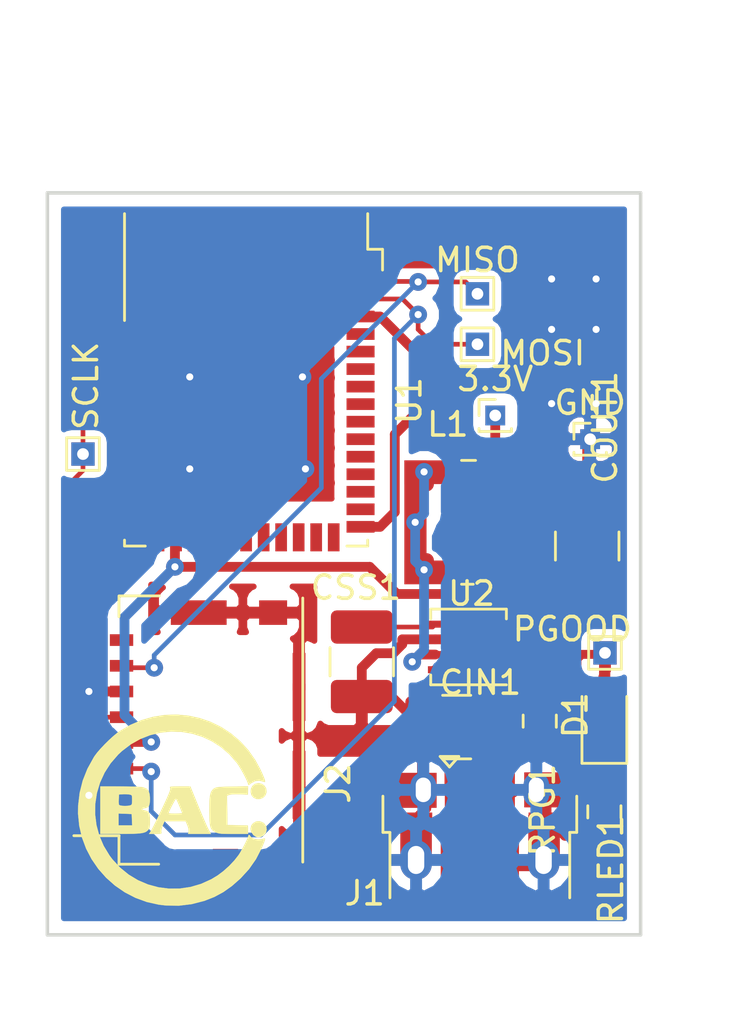
<source format=kicad_pcb>
(kicad_pcb (version 20171130) (host pcbnew "(5.0.2)-1")

  (general
    (thickness 1.6)
    (drawings 4)
    (tracks 169)
    (zones 0)
    (modules 18)
    (nets 47)
  )

  (page A4)
  (layers
    (0 F.Cu signal)
    (31 B.Cu signal)
    (32 B.Adhes user)
    (33 F.Adhes user)
    (34 B.Paste user)
    (35 F.Paste user)
    (36 B.SilkS user)
    (37 F.SilkS user)
    (38 B.Mask user)
    (39 F.Mask user)
    (40 Dwgs.User user)
    (41 Cmts.User user)
    (42 Eco1.User user)
    (43 Eco2.User user)
    (44 Edge.Cuts user)
    (45 Margin user)
    (46 B.CrtYd user)
    (47 F.CrtYd user)
    (48 B.Fab user)
    (49 F.Fab user)
  )

  (setup
    (last_trace_width 0.2)
    (trace_clearance 0.2)
    (zone_clearance 0.508)
    (zone_45_only no)
    (trace_min 0.2)
    (segment_width 0.2)
    (edge_width 0.15)
    (via_size 0.762)
    (via_drill 0.3048)
    (via_min_size 0.4)
    (via_min_drill 0.3)
    (uvia_size 0.3)
    (uvia_drill 0.1)
    (uvias_allowed no)
    (uvia_min_size 0.2)
    (uvia_min_drill 0.1)
    (pcb_text_width 0.3)
    (pcb_text_size 1.5 1.5)
    (mod_edge_width 0.15)
    (mod_text_size 1 1)
    (mod_text_width 0.15)
    (pad_size 1.524 1.524)
    (pad_drill 0.762)
    (pad_to_mask_clearance 0.051)
    (solder_mask_min_width 0.25)
    (aux_axis_origin 0 0)
    (visible_elements 7FFFFFFF)
    (pcbplotparams
      (layerselection 0x010fc_ffffffff)
      (usegerberextensions false)
      (usegerberattributes false)
      (usegerberadvancedattributes false)
      (creategerberjobfile false)
      (excludeedgelayer true)
      (linewidth 0.100000)
      (plotframeref false)
      (viasonmask false)
      (mode 1)
      (useauxorigin false)
      (hpglpennumber 1)
      (hpglpenspeed 20)
      (hpglpendiameter 15.000000)
      (psnegative false)
      (psa4output false)
      (plotreference true)
      (plotvalue true)
      (plotinvisibletext false)
      (padsonsilk false)
      (subtractmaskfromsilk false)
      (outputformat 1)
      (mirror false)
      (drillshape 0)
      (scaleselection 1)
      (outputdirectory ""))
  )

  (net 0 "")
  (net 1 "Net-(J2-Pad8)")
  (net 2 /MISO)
  (net 3 GND)
  (net 4 /3.3V)
  (net 5 /MOSI)
  (net 6 "Net-(J2-Pad1)")
  (net 7 "Net-(J2-Pad9)")
  (net 8 "Net-(U1-Pad37)")
  (net 9 "Net-(U1-Pad36)")
  (net 10 "Net-(U1-Pad35)")
  (net 11 "Net-(U1-Pad34)")
  (net 12 "Net-(U1-Pad33)")
  (net 13 "Net-(U1-Pad32)")
  (net 14 "Net-(U1-Pad31)")
  (net 15 "Net-(U1-Pad30)")
  (net 16 "Net-(U1-Pad29)")
  (net 17 "Net-(U1-Pad28)")
  (net 18 "Net-(U1-Pad25)")
  (net 19 "Net-(U1-Pad24)")
  (net 20 "Net-(U1-Pad23)")
  (net 21 "Net-(U1-Pad22)")
  (net 22 "Net-(U1-Pad21)")
  (net 23 "Net-(U1-Pad20)")
  (net 24 "Net-(U1-Pad19)")
  (net 25 "Net-(U1-Pad18)")
  (net 26 "Net-(U1-Pad17)")
  (net 27 "Net-(U1-Pad15)")
  (net 28 "Net-(U1-Pad14)")
  (net 29 "Net-(U1-Pad13)")
  (net 30 "Net-(U1-Pad12)")
  (net 31 "Net-(U1-Pad11)")
  (net 32 "Net-(U1-Pad10)")
  (net 33 "Net-(U1-Pad9)")
  (net 34 "Net-(U1-Pad8)")
  (net 35 "Net-(U1-Pad7)")
  (net 36 "Net-(U1-Pad6)")
  (net 37 "Net-(U1-Pad5)")
  (net 38 /5V)
  (net 39 "Net-(U2-Pad3)")
  (net 40 /PGOOD)
  (net 41 "Net-(D1-Pad1)")
  (net 42 "Net-(J1-Pad2)")
  (net 43 "Net-(J1-Pad4)")
  (net 44 /SCLK)
  (net 45 /SW)
  (net 46 /SS)

  (net_class Default "This is the default net class."
    (clearance 0.2)
    (trace_width 0.2)
    (via_dia 0.762)
    (via_drill 0.3048)
    (uvia_dia 0.3)
    (uvia_drill 0.1)
    (add_net /MISO)
    (add_net /MOSI)
    (add_net /SCLK)
    (add_net /SS)
    (add_net "Net-(D1-Pad1)")
    (add_net "Net-(J1-Pad2)")
    (add_net "Net-(J1-Pad4)")
    (add_net "Net-(J2-Pad1)")
    (add_net "Net-(J2-Pad8)")
    (add_net "Net-(J2-Pad9)")
    (add_net "Net-(U1-Pad10)")
    (add_net "Net-(U1-Pad11)")
    (add_net "Net-(U1-Pad12)")
    (add_net "Net-(U1-Pad13)")
    (add_net "Net-(U1-Pad14)")
    (add_net "Net-(U1-Pad15)")
    (add_net "Net-(U1-Pad17)")
    (add_net "Net-(U1-Pad18)")
    (add_net "Net-(U1-Pad19)")
    (add_net "Net-(U1-Pad20)")
    (add_net "Net-(U1-Pad21)")
    (add_net "Net-(U1-Pad22)")
    (add_net "Net-(U1-Pad23)")
    (add_net "Net-(U1-Pad24)")
    (add_net "Net-(U1-Pad25)")
    (add_net "Net-(U1-Pad28)")
    (add_net "Net-(U1-Pad29)")
    (add_net "Net-(U1-Pad30)")
    (add_net "Net-(U1-Pad31)")
    (add_net "Net-(U1-Pad32)")
    (add_net "Net-(U1-Pad33)")
    (add_net "Net-(U1-Pad34)")
    (add_net "Net-(U1-Pad35)")
    (add_net "Net-(U1-Pad36)")
    (add_net "Net-(U1-Pad37)")
    (add_net "Net-(U1-Pad5)")
    (add_net "Net-(U1-Pad6)")
    (add_net "Net-(U1-Pad7)")
    (add_net "Net-(U1-Pad8)")
    (add_net "Net-(U1-Pad9)")
    (add_net "Net-(U2-Pad3)")
  )

  (net_class Power ""
    (clearance 0.2)
    (trace_width 0.418028)
    (via_dia 0.762)
    (via_drill 0.3048)
    (uvia_dia 0.3)
    (uvia_drill 0.1)
    (add_net /3.3V)
    (add_net /5V)
    (add_net /PGOOD)
    (add_net /SW)
    (add_net GND)
  )

  (module logos:bac-logo (layer F.Cu) (tedit 0) (tstamp 5CB1F9DE)
    (at 132.334 70.866)
    (fp_text reference G*** (at 0 0) (layer F.SilkS) hide
      (effects (font (size 1.524 1.524) (thickness 0.3)))
    )
    (fp_text value LOGO (at 0.75 0) (layer F.SilkS) hide
      (effects (font (size 1.524 1.524) (thickness 0.3)))
    )
    (fp_poly (pts (xy 3.84984 -1.126376) (xy 3.962408 -1.047068) (xy 4.034186 -0.92858) (xy 4.051158 -0.781309)
      (xy 4.048817 -0.762) (xy 3.996676 -0.627739) (xy 3.896742 -0.530343) (xy 3.767564 -0.477257)
      (xy 3.627688 -0.475926) (xy 3.495664 -0.533795) (xy 3.490318 -0.537823) (xy 3.404493 -0.644039)
      (xy 3.369482 -0.776309) (xy 3.382858 -0.91368) (xy 3.442195 -1.035195) (xy 3.545067 -1.119902)
      (xy 3.558398 -1.12585) (xy 3.710497 -1.156103) (xy 3.84984 -1.126376)) (layer F.SilkS) (width 0.01))
    (fp_poly (pts (xy 3.254721 -0.843194) (xy 3.252031 -0.664844) (xy 2.905087 -0.680681) (xy 2.725966 -0.684)
      (xy 2.575635 -0.67755) (xy 2.47337 -0.66234) (xy 2.457498 -0.657258) (xy 2.356853 -0.618)
      (xy 2.366783 0.0085) (xy 2.376714 0.635) (xy 3.251886 0.655266) (xy 3.257328 1.016)
      (xy 2.63421 1.016) (xy 2.403811 1.015325) (xy 2.232968 1.012396) (xy 2.10867 1.005857)
      (xy 2.017907 0.99435) (xy 1.947669 0.97652) (xy 1.884946 0.951009) (xy 1.851175 0.934357)
      (xy 1.768991 0.88607) (xy 1.706952 0.829427) (xy 1.66222 0.754009) (xy 1.631956 0.649394)
      (xy 1.613322 0.505161) (xy 1.603479 0.31089) (xy 1.599588 0.05616) (xy 1.599332 0.009806)
      (xy 1.601315 -0.265358) (xy 1.611675 -0.4784) (xy 1.632673 -0.639512) (xy 1.666569 -0.758885)
      (xy 1.715624 -0.846711) (xy 1.782099 -0.913182) (xy 1.808291 -0.9322) (xy 1.852126 -0.955989)
      (xy 1.911107 -0.973885) (xy 1.996206 -0.98699) (xy 2.118396 -0.996402) (xy 2.288648 -1.003223)
      (xy 2.517935 -1.008552) (xy 2.581206 -1.009701) (xy 3.257412 -1.021545) (xy 3.254721 -0.843194)) (layer F.SilkS) (width 0.01))
    (fp_poly (pts (xy 1.124231 -0.1905) (xy 1.223798 0.05091) (xy 1.320642 0.280792) (xy 1.409492 0.487012)
      (xy 1.485081 0.657436) (xy 1.54214 0.77993) (xy 1.56536 0.8255) (xy 1.669763 1.016)
      (xy 0.691243 1.016) (xy 0.712131 0.911561) (xy 0.707634 0.788314) (xy 0.658835 0.639418)
      (xy 0.584652 0.471715) (xy -0.317635 0.471715) (xy -0.397531 0.657437) (xy -0.444531 0.79421)
      (xy -0.459202 0.90274) (xy -0.455736 0.92958) (xy -0.447751 0.973315) (xy -0.460388 0.999058)
      (xy -0.507635 1.011577) (xy -0.60348 1.015638) (xy -0.709351 1.016) (xy -0.984656 1.016)
      (xy -0.91279 0.915073) (xy -0.87788 0.855265) (xy -0.817276 0.739821) (xy -0.736025 0.578844)
      (xy -0.639171 0.382437) (xy -0.53176 0.160704) (xy -0.518097 0.132075) (xy -0.145143 0.132075)
      (xy -0.111722 0.138144) (xy -0.022906 0.142714) (xy 0.104128 0.145012) (xy 0.145143 0.145143)
      (xy 0.279957 0.142959) (xy 0.381472 0.137155) (xy 0.432517 0.128853) (xy 0.435428 0.126172)
      (xy 0.4219 0.081088) (xy 0.386793 -0.010677) (xy 0.338329 -0.129631) (xy 0.284727 -0.256283)
      (xy 0.234208 -0.371142) (xy 0.194992 -0.454717) (xy 0.177276 -0.485957) (xy 0.154803 -0.465756)
      (xy 0.110302 -0.396189) (xy 0.052348 -0.293696) (xy -0.010485 -0.174713) (xy -0.06962 -0.055678)
      (xy -0.116481 0.04697) (xy -0.142495 0.116794) (xy -0.145143 0.132075) (xy -0.518097 0.132075)
      (xy -0.439548 -0.032503) (xy -0.313134 -0.301196) (xy -0.216378 -0.512171) (xy -0.146425 -0.67259)
      (xy -0.10042 -0.789616) (xy -0.075507 -0.870412) (xy -0.068831 -0.922141) (xy -0.074791 -0.947576)
      (xy -0.086251 -0.976016) (xy -0.077398 -0.995249) (xy -0.037405 -1.007068) (xy 0.044559 -1.013268)
      (xy 0.179323 -1.015645) (xy 0.338047 -1.016) (xy 0.787504 -1.016) (xy 1.124231 -0.1905)) (layer F.SilkS) (width 0.01))
    (fp_poly (pts (xy -2.213429 -1.015797) (xy -1.960898 -1.014163) (xy -1.726793 -1.009687) (xy -1.523146 -1.002828)
      (xy -1.361992 -0.994042) (xy -1.255365 -0.983787) (xy -1.226294 -0.978262) (xy -1.092213 -0.920234)
      (xy -1.004698 -0.827466) (xy -0.957267 -0.689017) (xy -0.943429 -0.500721) (xy -0.949759 -0.325861)
      (xy -0.973418 -0.209543) (xy -1.021405 -0.138472) (xy -1.100721 -0.099359) (xy -1.161629 -0.086428)
      (xy -1.257761 -0.062658) (xy -1.282007 -0.03528) (xy -1.234798 -0.006764) (xy -1.143842 0.015591)
      (xy -1.055192 0.043036) (xy -0.996521 0.094303) (xy -0.962155 0.18218) (xy -0.946419 0.319458)
      (xy -0.943429 0.467306) (xy -0.946325 0.620888) (xy -0.957909 0.722524) (xy -0.982523 0.79271)
      (xy -1.024512 0.851941) (xy -1.025072 0.852591) (xy -1.07421 0.900018) (xy -1.136194 0.937375)
      (xy -1.219654 0.965825) (xy -1.333222 0.986529) (xy -1.485532 1.000652) (xy -1.685215 1.009356)
      (xy -1.940902 1.013803) (xy -2.231572 1.015135) (xy -3.066143 1.016) (xy -3.066143 0.653143)
      (xy -2.286 0.653143) (xy -1.702113 0.653143) (xy -1.712842 0.408215) (xy -1.723572 0.163286)
      (xy -2.286 0.14209) (xy -2.286 0.653143) (xy -3.066143 0.653143) (xy -3.066143 -0.356711)
      (xy -2.28192 -0.356711) (xy -2.277317 -0.26343) (xy -2.271057 -0.231111) (xy -2.226475 -0.203693)
      (xy -2.132264 -0.18638) (xy -2.010824 -0.180413) (xy -1.884555 -0.187033) (xy -1.787072 -0.204299)
      (xy -1.740794 -0.224619) (xy -1.716212 -0.266441) (xy -1.706689 -0.34876) (xy -1.705429 -0.438016)
      (xy -1.707174 -0.556834) (xy -1.718895 -0.622262) (xy -1.750322 -0.653483) (xy -1.811183 -0.669677)
      (xy -1.824174 -0.672131) (xy -1.938409 -0.683711) (xy -2.073413 -0.684595) (xy -2.105388 -0.682847)
      (xy -2.267857 -0.671286) (xy -2.27899 -0.476039) (xy -2.28192 -0.356711) (xy -3.066143 -0.356711)
      (xy -3.066143 -1.016) (xy -2.213429 -1.015797)) (layer F.SilkS) (width 0.01))
    (fp_poly (pts (xy 3.888193 0.522105) (xy 3.957934 0.57778) (xy 4.038185 0.700824) (xy 4.057216 0.833535)
      (xy 4.022049 0.960886) (xy 3.939705 1.067848) (xy 3.817205 1.139396) (xy 3.685374 1.161143)
      (xy 3.599555 1.136998) (xy 3.50431 1.077334) (xy 3.485909 1.061357) (xy 3.3931 0.933997)
      (xy 3.363477 0.793518) (xy 3.397545 0.656435) (xy 3.470584 0.560696) (xy 3.601928 0.483446)
      (xy 3.747119 0.470793) (xy 3.888193 0.522105)) (layer F.SilkS) (width 0.01))
    (fp_poly (pts (xy 0.703261 -4.045509) (xy 1.190096 -3.94048) (xy 1.660361 -3.777432) (xy 2.108498 -3.557873)
      (xy 2.528952 -3.283311) (xy 2.916166 -2.955253) (xy 3.264583 -2.575208) (xy 3.568648 -2.144683)
      (xy 3.791928 -1.732046) (xy 3.86225 -1.5782) (xy 3.922326 -1.437777) (xy 3.963807 -1.330748)
      (xy 3.976204 -1.291248) (xy 3.989093 -1.219783) (xy 3.971069 -1.202192) (xy 3.933359 -1.214737)
      (xy 3.740686 -1.265923) (xy 3.564437 -1.247125) (xy 3.399454 -1.157649) (xy 3.377368 -1.139785)
      (xy 3.30092 -1.084859) (xy 3.267622 -1.085722) (xy 3.265714 -1.097051) (xy 3.247787 -1.166636)
      (xy 3.199387 -1.28237) (xy 3.128581 -1.428912) (xy 3.043441 -1.590921) (xy 2.952034 -1.753055)
      (xy 2.86243 -1.899974) (xy 2.782698 -2.016336) (xy 2.780988 -2.018605) (xy 2.460824 -2.385685)
      (xy 2.102534 -2.695269) (xy 1.712631 -2.946898) (xy 1.297629 -3.140112) (xy 0.864043 -3.274453)
      (xy 0.418387 -3.349462) (xy -0.032826 -3.364677) (xy -0.483081 -3.319641) (xy -0.925863 -3.213894)
      (xy -1.35466 -3.046977) (xy -1.762956 -2.81843) (xy -2.144238 -2.527793) (xy -2.304661 -2.377232)
      (xy -2.625634 -2.007382) (xy -2.884438 -1.606117) (xy -3.080712 -1.180057) (xy -3.214092 -0.735826)
      (xy -3.284214 -0.280044) (xy -3.290715 0.180664) (xy -3.233231 0.639679) (xy -3.111399 1.090377)
      (xy -2.924856 1.526137) (xy -2.673238 1.940337) (xy -2.550552 2.103175) (xy -2.22094 2.459655)
      (xy -1.852503 2.758618) (xy -1.451977 2.999035) (xy -1.026095 3.179879) (xy -0.581593 3.300119)
      (xy -0.125205 3.358729) (xy 0.336333 3.354678) (xy 0.796287 3.286939) (xy 1.247921 3.154483)
      (xy 1.684502 2.956281) (xy 1.957135 2.791627) (xy 2.202898 2.607357) (xy 2.44593 2.389348)
      (xy 2.666696 2.156967) (xy 2.845659 1.929582) (xy 2.8826 1.874189) (xy 2.9656 1.736784)
      (xy 3.051469 1.582255) (xy 3.132311 1.426404) (xy 3.200226 1.285035) (xy 3.247318 1.173949)
      (xy 3.265688 1.10895) (xy 3.265714 1.10762) (xy 3.284352 1.058031) (xy 3.323519 1.064644)
      (xy 3.352036 1.108353) (xy 3.414464 1.179243) (xy 3.525989 1.229045) (xy 3.665165 1.253704)
      (xy 3.810544 1.249166) (xy 3.927928 1.217219) (xy 3.968786 1.206457) (xy 3.986088 1.224758)
      (xy 3.978067 1.280253) (xy 3.942954 1.38107) (xy 3.878983 1.535338) (xy 3.838479 1.628543)
      (xy 3.596688 2.096861) (xy 3.298425 2.523805) (xy 2.937784 2.917814) (xy 2.933615 2.921835)
      (xy 2.567291 3.244588) (xy 2.199449 3.505071) (xy 1.815386 3.712378) (xy 1.400402 3.875603)
      (xy 1.382076 3.881629) (xy 0.844798 4.019952) (xy 0.302383 4.086055) (xy -0.243555 4.079804)
      (xy -0.562429 4.04278) (xy -1.077321 3.928048) (xy -1.564606 3.750271) (xy -2.020119 3.514562)
      (xy -2.439694 3.226038) (xy -2.819168 2.889814) (xy -3.154376 2.511004) (xy -3.441153 2.094725)
      (xy -3.675334 1.646091) (xy -3.852756 1.170218) (xy -3.969254 0.672221) (xy -4.020662 0.157214)
      (xy -4.016347 -0.199571) (xy -3.951376 -0.745983) (xy -3.819954 -1.267496) (xy -3.620253 -1.76961)
      (xy -3.350445 -2.25782) (xy -3.31247 -2.31696) (xy -3.205839 -2.459923) (xy -3.056796 -2.632126)
      (xy -2.880421 -2.818521) (xy -2.69179 -3.004059) (xy -2.505982 -3.17369) (xy -2.338075 -3.312365)
      (xy -2.25458 -3.37285) (xy -1.785004 -3.647598) (xy -1.29866 -3.85528) (xy -0.801106 -3.997405)
      (xy -0.297896 -4.075479) (xy 0.205411 -4.091011) (xy 0.703261 -4.045509)) (layer F.SilkS) (width 0.01))
  )

  (module Connector_PinHeader_1.00mm:PinHeader_1x01_P1.00mm_Vertical (layer F.Cu) (tedit 5C9EF821) (tstamp 5D012D16)
    (at 146.177 53.975)
    (descr "Through hole straight pin header, 1x01, 1.00mm pitch, single row")
    (tags "Through hole pin header THT 1x01 1.00mm single row")
    (path /5C9F464F)
    (fp_text reference 3.3V (at 0 -1.56) (layer F.SilkS)
      (effects (font (size 1 1) (thickness 0.15)))
    )
    (fp_text value Conn_01x01_Male (at 0 1.56) (layer F.Fab)
      (effects (font (size 1 1) (thickness 0.15)))
    )
    (fp_text user %R (at 0 0 90) (layer F.Fab)
      (effects (font (size 0.76 0.76) (thickness 0.114)))
    )
    (fp_line (start 1.15 -1) (end -1.15 -1) (layer F.CrtYd) (width 0.05))
    (fp_line (start 1.15 1) (end 1.15 -1) (layer F.CrtYd) (width 0.05))
    (fp_line (start -1.15 1) (end 1.15 1) (layer F.CrtYd) (width 0.05))
    (fp_line (start -1.15 -1) (end -1.15 1) (layer F.CrtYd) (width 0.05))
    (fp_line (start -0.695 -0.685) (end 0 -0.685) (layer F.SilkS) (width 0.12))
    (fp_line (start -0.695 0) (end -0.695 -0.685) (layer F.SilkS) (width 0.12))
    (fp_line (start 0.608276 0.685) (end 0.695 0.685) (layer F.SilkS) (width 0.12))
    (fp_line (start -0.695 0.685) (end -0.608276 0.685) (layer F.SilkS) (width 0.12))
    (fp_line (start 0.695 0.685) (end 0.695 0.56) (layer F.SilkS) (width 0.12))
    (fp_line (start -0.695 0.685) (end -0.695 0.56) (layer F.SilkS) (width 0.12))
    (fp_line (start -0.695 0.685) (end 0.695 0.685) (layer F.SilkS) (width 0.12))
    (fp_line (start -0.635 -0.1825) (end -0.3175 -0.5) (layer F.Fab) (width 0.1))
    (fp_line (start -0.635 0.5) (end -0.635 -0.1825) (layer F.Fab) (width 0.1))
    (fp_line (start 0.635 0.5) (end -0.635 0.5) (layer F.Fab) (width 0.1))
    (fp_line (start 0.635 -0.5) (end 0.635 0.5) (layer F.Fab) (width 0.1))
    (fp_line (start -0.3175 -0.5) (end 0.635 -0.5) (layer F.Fab) (width 0.1))
    (pad 1 thru_hole rect (at 0 0) (size 0.85 0.85) (drill 0.5) (layers *.Cu *.Mask)
      (net 4 /3.3V))
    (model ${KISYS3DMOD}/Connector_PinHeader_1.00mm.3dshapes/PinHeader_1x01_P1.00mm_Vertical.wrl
      (at (xyz 0 0 0))
      (scale (xyz 1 1 1))
      (rotate (xyz 0 0 0))
    )
  )

  (module Connector_PinHeader_1.00mm:PinHeader_1x01_P1.00mm_Vertical (layer F.Cu) (tedit 5C9EF77C) (tstamp 5D012CD7)
    (at 150.241 54.991)
    (descr "Through hole straight pin header, 1x01, 1.00mm pitch, single row")
    (tags "Through hole pin header THT 1x01 1.00mm single row")
    (path /5C9F2C76)
    (fp_text reference GND (at 0 -1.56) (layer F.SilkS)
      (effects (font (size 1 1) (thickness 0.15)))
    )
    (fp_text value Conn_01x01_Male (at 0 1.56) (layer F.Fab)
      (effects (font (size 1 1) (thickness 0.15)))
    )
    (fp_line (start -0.3175 -0.5) (end 0.635 -0.5) (layer F.Fab) (width 0.1))
    (fp_line (start 0.635 -0.5) (end 0.635 0.5) (layer F.Fab) (width 0.1))
    (fp_line (start 0.635 0.5) (end -0.635 0.5) (layer F.Fab) (width 0.1))
    (fp_line (start -0.635 0.5) (end -0.635 -0.1825) (layer F.Fab) (width 0.1))
    (fp_line (start -0.635 -0.1825) (end -0.3175 -0.5) (layer F.Fab) (width 0.1))
    (fp_line (start -0.695 0.685) (end 0.695 0.685) (layer F.SilkS) (width 0.12))
    (fp_line (start -0.695 0.685) (end -0.695 0.56) (layer F.SilkS) (width 0.12))
    (fp_line (start 0.695 0.685) (end 0.695 0.56) (layer F.SilkS) (width 0.12))
    (fp_line (start -0.695 0.685) (end -0.608276 0.685) (layer F.SilkS) (width 0.12))
    (fp_line (start 0.608276 0.685) (end 0.695 0.685) (layer F.SilkS) (width 0.12))
    (fp_line (start -0.695 0) (end -0.695 -0.685) (layer F.SilkS) (width 0.12))
    (fp_line (start -0.695 -0.685) (end 0 -0.685) (layer F.SilkS) (width 0.12))
    (fp_line (start -1.15 -1) (end -1.15 1) (layer F.CrtYd) (width 0.05))
    (fp_line (start -1.15 1) (end 1.15 1) (layer F.CrtYd) (width 0.05))
    (fp_line (start 1.15 1) (end 1.15 -1) (layer F.CrtYd) (width 0.05))
    (fp_line (start 1.15 -1) (end -1.15 -1) (layer F.CrtYd) (width 0.05))
    (fp_text user %R (at 0 0 90) (layer F.Fab)
      (effects (font (size 0.76 0.76) (thickness 0.114)))
    )
    (pad 1 thru_hole rect (at 0 0) (size 0.85 0.85) (drill 0.5) (layers *.Cu *.Mask)
      (net 3 GND))
    (model ${KISYS3DMOD}/Connector_PinHeader_1.00mm.3dshapes/PinHeader_1x01_P1.00mm_Vertical.wrl
      (at (xyz 0 0 0))
      (scale (xyz 1 1 1))
      (rotate (xyz 0 0 0))
    )
  )

  (module TestPoint:TestPoint_THTPad_1.0x1.0mm_Drill0.5mm (layer F.Cu) (tedit 5C9EF816) (tstamp 5D012CA8)
    (at 145.415 50.927)
    (descr "THT rectangular pad as test Point, square 1.0mm side length, hole diameter 0.5mm")
    (tags "test point THT pad rectangle square")
    (path /5C9F0DDD)
    (attr virtual)
    (fp_text reference MOSI (at 2.794 0.381) (layer F.SilkS)
      (effects (font (size 1 1) (thickness 0.15)))
    )
    (fp_text value TestPoint (at 0 1.55) (layer F.Fab)
      (effects (font (size 1 1) (thickness 0.15)))
    )
    (fp_line (start 1 1) (end -1 1) (layer F.CrtYd) (width 0.05))
    (fp_line (start 1 1) (end 1 -1) (layer F.CrtYd) (width 0.05))
    (fp_line (start -1 -1) (end -1 1) (layer F.CrtYd) (width 0.05))
    (fp_line (start -1 -1) (end 1 -1) (layer F.CrtYd) (width 0.05))
    (fp_line (start -0.7 0.7) (end -0.7 -0.7) (layer F.SilkS) (width 0.12))
    (fp_line (start 0.7 0.7) (end -0.7 0.7) (layer F.SilkS) (width 0.12))
    (fp_line (start 0.7 -0.7) (end 0.7 0.7) (layer F.SilkS) (width 0.12))
    (fp_line (start -0.7 -0.7) (end 0.7 -0.7) (layer F.SilkS) (width 0.12))
    (fp_text user %R (at 0 -1.45) (layer F.Fab)
      (effects (font (size 1 1) (thickness 0.15)))
    )
    (pad 1 thru_hole rect (at 0 0) (size 1 1) (drill 0.5) (layers *.Cu *.Mask)
      (net 5 /MOSI))
  )

  (module TestPoint:TestPoint_THTPad_1.0x1.0mm_Drill0.5mm (layer F.Cu) (tedit 5C9EF810) (tstamp 5D012D4D)
    (at 145.415 48.768)
    (descr "THT rectangular pad as test Point, square 1.0mm side length, hole diameter 0.5mm")
    (tags "test point THT pad rectangle square")
    (path /5C9F0E2B)
    (attr virtual)
    (fp_text reference MISO (at 0 -1.448) (layer F.SilkS)
      (effects (font (size 1 1) (thickness 0.15)))
    )
    (fp_text value TestPoint (at 0 1.55) (layer F.Fab)
      (effects (font (size 1 1) (thickness 0.15)))
    )
    (fp_text user %R (at 0 -1.45) (layer F.Fab)
      (effects (font (size 1 1) (thickness 0.15)))
    )
    (fp_line (start -0.7 -0.7) (end 0.7 -0.7) (layer F.SilkS) (width 0.12))
    (fp_line (start 0.7 -0.7) (end 0.7 0.7) (layer F.SilkS) (width 0.12))
    (fp_line (start 0.7 0.7) (end -0.7 0.7) (layer F.SilkS) (width 0.12))
    (fp_line (start -0.7 0.7) (end -0.7 -0.7) (layer F.SilkS) (width 0.12))
    (fp_line (start -1 -1) (end 1 -1) (layer F.CrtYd) (width 0.05))
    (fp_line (start -1 -1) (end -1 1) (layer F.CrtYd) (width 0.05))
    (fp_line (start 1 1) (end 1 -1) (layer F.CrtYd) (width 0.05))
    (fp_line (start 1 1) (end -1 1) (layer F.CrtYd) (width 0.05))
    (pad 1 thru_hole rect (at 0 0) (size 1 1) (drill 0.5) (layers *.Cu *.Mask)
      (net 2 /MISO))
  )

  (module TestPoint:TestPoint_THTPad_1.0x1.0mm_Drill0.5mm (layer F.Cu) (tedit 5C9EF7C8) (tstamp 5D010A8C)
    (at 150.876 64.135)
    (descr "THT rectangular pad as test Point, square 1.0mm side length, hole diameter 0.5mm")
    (tags "test point THT pad rectangle square")
    (path /5C9EF116)
    (attr virtual)
    (fp_text reference PGOOD (at -1.397 -1.016) (layer F.SilkS)
      (effects (font (size 1 1) (thickness 0.15)))
    )
    (fp_text value TestPoint (at 0 1.55) (layer F.Fab)
      (effects (font (size 1 1) (thickness 0.15)))
    )
    (fp_text user %R (at 0 -1.45) (layer F.Fab)
      (effects (font (size 1 1) (thickness 0.15)))
    )
    (fp_line (start -0.7 -0.7) (end 0.7 -0.7) (layer F.SilkS) (width 0.12))
    (fp_line (start 0.7 -0.7) (end 0.7 0.7) (layer F.SilkS) (width 0.12))
    (fp_line (start 0.7 0.7) (end -0.7 0.7) (layer F.SilkS) (width 0.12))
    (fp_line (start -0.7 0.7) (end -0.7 -0.7) (layer F.SilkS) (width 0.12))
    (fp_line (start -1 -1) (end 1 -1) (layer F.CrtYd) (width 0.05))
    (fp_line (start -1 -1) (end -1 1) (layer F.CrtYd) (width 0.05))
    (fp_line (start 1 1) (end 1 -1) (layer F.CrtYd) (width 0.05))
    (fp_line (start 1 1) (end -1 1) (layer F.CrtYd) (width 0.05))
    (pad 1 thru_hole rect (at 0 0) (size 1 1) (drill 0.5) (layers *.Cu *.Mask)
      (net 40 /PGOOD))
  )

  (module TestPoint:TestPoint_THTPad_1.0x1.0mm_Drill0.5mm (layer F.Cu) (tedit 5C9EF856) (tstamp 5D010AB3)
    (at 128.524 55.626)
    (descr "THT rectangular pad as test Point, square 1.0mm side length, hole diameter 0.5mm")
    (tags "test point THT pad rectangle square")
    (path /5C9EF1CC)
    (attr virtual)
    (fp_text reference SCLK (at 0.127 -2.921 90) (layer F.SilkS)
      (effects (font (size 1 1) (thickness 0.15)))
    )
    (fp_text value TestPoint (at 0 1.55) (layer F.Fab)
      (effects (font (size 1 1) (thickness 0.15)))
    )
    (fp_line (start 1 1) (end -1 1) (layer F.CrtYd) (width 0.05))
    (fp_line (start 1 1) (end 1 -1) (layer F.CrtYd) (width 0.05))
    (fp_line (start -1 -1) (end -1 1) (layer F.CrtYd) (width 0.05))
    (fp_line (start -1 -1) (end 1 -1) (layer F.CrtYd) (width 0.05))
    (fp_line (start -0.7 0.7) (end -0.7 -0.7) (layer F.SilkS) (width 0.12))
    (fp_line (start 0.7 0.7) (end -0.7 0.7) (layer F.SilkS) (width 0.12))
    (fp_line (start 0.7 -0.7) (end 0.7 0.7) (layer F.SilkS) (width 0.12))
    (fp_line (start -0.7 -0.7) (end 0.7 -0.7) (layer F.SilkS) (width 0.12))
    (fp_text user %R (at 0 -1.45) (layer F.Fab)
      (effects (font (size 1 1) (thickness 0.15)))
    )
    (pad 1 thru_hole rect (at 0 0) (size 1 1) (drill 0.5) (layers *.Cu *.Mask)
      (net 44 /SCLK))
  )

  (module ee198_final_project:Molex_08-1051620001 (layer F.Cu) (tedit 5C9CFC56) (tstamp 5CF495EA)
    (at 130.175 67.437 270)
    (descr "Molex CLIK-Mate series connector, 502494-0870 (http://www.molex.com/pdm_docs/sd/5024940270_sd.pdf), generated with kicad-footprint-generator")
    (tags "connector Molex CLIK-Mate top entry")
    (path /5C9C5FB1)
    (attr smd)
    (fp_text reference J2 (at 2.286 -9.271 270) (layer F.SilkS)
      (effects (font (size 1 1) (thickness 0.15)))
    )
    (fp_text value Micro_SD_Card_Det (at 0 3.25 270) (layer F.Fab)
      (effects (font (size 1 1) (thickness 0.15)))
    )
    (fp_line (start 5.65 0) (end -5.65 0) (layer F.Fab) (width 0.1))
    (fp_line (start 5.7412 -1.59) (end 5.7412 0.11) (layer F.SilkS) (width 0.12))
    (fp_line (start 5.7412 0.11) (end 4.5212 0.11) (layer F.SilkS) (width 0.12))
    (fp_line (start 4.5212 0.1016) (end 4.5212 2.0416) (layer F.SilkS) (width 0.12))
    (fp_line (start -5.7412 -1.6154) (end -5.7412 0.0846) (layer F.SilkS) (width 0.12))
    (fp_line (start -5.7412 0.11) (end -4.8514 0.11) (layer F.SilkS) (width 0.12))
    (fp_line (start 5.65 -7.76) (end -5.65 -7.76) (layer F.SilkS) (width 0.12))
    (fp_line (start 5.65 -7.6) (end 5.65 0) (layer F.Fab) (width 0.1))
    (fp_line (start 5.65 -7.6) (end -5.65 -7.6) (layer F.Fab) (width 0.1))
    (fp_line (start -5.65 -7.6) (end -5.65 0) (layer F.Fab) (width 0.1))
    (fp_line (start 7 2.5) (end 7 -8.5) (layer F.CrtYd) (width 0.05))
    (fp_line (start -7 2.5) (end 7 2.5) (layer F.CrtYd) (width 0.05))
    (fp_line (start -7 -8.5) (end -7 2.5) (layer F.CrtYd) (width 0.05))
    (fp_line (start 7 -8.5) (end -7 -8.5) (layer F.CrtYd) (width 0.05))
    (fp_line (start 5.3918 -0.0254) (end 4.8918 -0.732507) (layer F.Fab) (width 0.1))
    (fp_line (start 4.8918 -0.732507) (end 4.3918 -0.0254) (layer F.Fab) (width 0.1))
    (fp_text user %R (at 0 -2.18 90) (layer F.Fab)
      (effects (font (size 1 1) (thickness 0.15)))
    )
    (pad 8 smd rect (at -3.85 0 270) (size 0.5 1) (layers F.Cu F.Paste F.Mask)
      (net 1 "Net-(J2-Pad8)"))
    (pad 7 smd rect (at -2.75 0 270) (size 0.5 1) (layers F.Cu F.Paste F.Mask)
      (net 2 /MISO))
    (pad 6 smd rect (at -1.65 0 270) (size 0.5 1) (layers F.Cu F.Paste F.Mask)
      (net 3 GND))
    (pad 5 smd rect (at -0.55 0 270) (size 0.5 1) (layers F.Cu F.Paste F.Mask)
      (net 44 /SCLK))
    (pad 4 smd rect (at 0.55 0 270) (size 0.5 1) (layers F.Cu F.Paste F.Mask)
      (net 4 /3.3V))
    (pad 3 smd rect (at 1.65 0 270) (size 0.5 1) (layers F.Cu F.Paste F.Mask)
      (net 5 /MOSI))
    (pad 2 smd rect (at 2.75 0 270) (size 0.5 1) (layers F.Cu F.Paste F.Mask)
      (net 3 GND))
    (pad 1 smd rect (at 3.85 0 270) (size 0.5 1) (layers F.Cu F.Paste F.Mask)
      (net 6 "Net-(J2-Pad1)"))
    (pad 9 smd rect (at 5.61 -3.18 270) (size 0.72 0.78) (layers F.Cu F.Paste F.Mask)
      (net 7 "Net-(J2-Pad9)"))
    (pad 10 smd rect (at 5.61 -4.45 270) (size 1.05 1.08) (layers F.Cu F.Paste F.Mask)
      (net 3 GND))
    (pad 10 smd rect (at 5.61 -7.06 270) (size 1.05 1.2) (layers F.Cu F.Paste F.Mask)
      (net 3 GND))
    (pad 10 smd rect (at -5.025 -3.305 270) (size 1.05 2.39) (layers F.Cu F.Paste F.Mask)
      (net 3 GND))
    (pad 10 smd rect (at -5.025 -6.49 270) (size 1.05 1.2) (layers F.Cu F.Paste F.Mask)
      (net 3 GND))
    (pad 10 smd rect (at -1.845 -7.6 270) (size 2.91 0.55) (layers F.Cu F.Paste F.Mask)
      (net 3 GND))
    (pad 10 smd rect (at 2.345 -7.6 270) (size 2.91 0.55) (layers F.Cu F.Paste F.Mask)
      (net 3 GND))
    (pad "" smd rect (at 0.3048 -4.1148 270) (size 7.7 3.5) (layers F.Paste F.Mask))
    (model ${KISYS3DMOD}/Connector_Molex.3dshapes/Molex_CLIK-Mate_502494-0870_1x08-1MP_P2.00mm_Horizontal.wrl
      (at (xyz 0 0 0))
      (scale (xyz 1 1 1))
      (rotate (xyz 0 0 0))
    )
  )

  (module Connector_USB:USB_Micro-B_Amphenol_10103594-0001LF_Horizontal (layer F.Cu) (tedit 5A1DC0BD) (tstamp 5CF457AE)
    (at 145.542 71.882)
    (descr "Micro USB Type B 10103594-0001LF, http://cdn.amphenol-icc.com/media/wysiwyg/files/drawing/10103594.pdf")
    (tags "USB USB_B USB_micro USB_OTG")
    (path /5C9C5B58)
    (attr smd)
    (fp_text reference J1 (at -4.953 2.54) (layer F.SilkS)
      (effects (font (size 1 1) (thickness 0.15)))
    )
    (fp_text value USB_B_Micro (at -0.025 4.435) (layer F.Fab)
      (effects (font (size 1 1) (thickness 0.15)))
    )
    (fp_text user "PCB edge" (at -0.025 2.235) (layer Dwgs.User)
      (effects (font (size 0.5 0.5) (thickness 0.075)))
    )
    (fp_text user %R (at -0.025 -0.015) (layer F.Fab)
      (effects (font (size 1 1) (thickness 0.15)))
    )
    (fp_line (start -4.175 -0.065) (end -4.175 -1.615) (layer F.SilkS) (width 0.12))
    (fp_line (start -4.175 -0.065) (end -3.875 -0.065) (layer F.SilkS) (width 0.12))
    (fp_line (start -3.875 2.735) (end -3.875 -0.065) (layer F.SilkS) (width 0.12))
    (fp_line (start 4.125 -0.065) (end 4.125 -1.615) (layer F.SilkS) (width 0.12))
    (fp_line (start 3.825 -0.065) (end 4.125 -0.065) (layer F.SilkS) (width 0.12))
    (fp_line (start 3.825 2.735) (end 3.825 -0.065) (layer F.SilkS) (width 0.12))
    (fp_line (start -0.925 -3.315) (end -1.325 -2.865) (layer F.SilkS) (width 0.12))
    (fp_line (start -1.725 -3.315) (end -0.925 -3.315) (layer F.SilkS) (width 0.12))
    (fp_line (start -1.325 -2.865) (end -1.725 -3.315) (layer F.SilkS) (width 0.12))
    (fp_line (start -3.775 -0.865) (end -2.975 -1.615) (layer F.Fab) (width 0.12))
    (fp_line (start 3.725 3.335) (end -3.775 3.335) (layer F.Fab) (width 0.12))
    (fp_line (start 3.725 -1.615) (end 3.725 3.335) (layer F.Fab) (width 0.12))
    (fp_line (start -2.975 -1.615) (end 3.725 -1.615) (layer F.Fab) (width 0.12))
    (fp_line (start -3.775 3.335) (end -3.775 -0.865) (layer F.Fab) (width 0.12))
    (fp_line (start -4.025 2.835) (end 3.975 2.835) (layer Dwgs.User) (width 0.1))
    (fp_line (start -4.13 -2.88) (end 4.14 -2.88) (layer F.CrtYd) (width 0.05))
    (fp_line (start -4.13 -2.88) (end -4.13 3.58) (layer F.CrtYd) (width 0.05))
    (fp_line (start 4.14 3.58) (end 4.14 -2.88) (layer F.CrtYd) (width 0.05))
    (fp_line (start 4.14 3.58) (end -4.13 3.58) (layer F.CrtYd) (width 0.05))
    (pad 6 smd rect (at 2.725 0.185) (size 1.35 2) (layers F.Cu F.Paste F.Mask)
      (net 3 GND))
    (pad 6 smd rect (at -2.755 0.185) (size 1.35 2) (layers F.Cu F.Paste F.Mask)
      (net 3 GND))
    (pad 6 smd rect (at -2.975 -0.565) (size 1.825 0.7) (layers F.Cu F.Paste F.Mask)
      (net 3 GND))
    (pad 6 smd rect (at 2.975 -0.565) (size 1.825 0.7) (layers F.Cu F.Paste F.Mask)
      (net 3 GND))
    (pad 6 smd rect (at -2.875 -1.865) (size 2 1.5) (layers F.Cu F.Paste F.Mask)
      (net 3 GND))
    (pad 6 smd rect (at 2.875 -1.885) (size 2 1.5) (layers F.Cu F.Paste F.Mask)
      (net 3 GND))
    (pad 1 smd rect (at -1.325 -1.765 90) (size 1.65 0.4) (layers F.Cu F.Paste F.Mask)
      (net 38 /5V))
    (pad 2 smd rect (at -0.675 -1.765 90) (size 1.65 0.4) (layers F.Cu F.Paste F.Mask)
      (net 42 "Net-(J1-Pad2)"))
    (pad 3 smd rect (at -0.025 -1.765 90) (size 1.65 0.4) (layers F.Cu F.Paste F.Mask)
      (net 42 "Net-(J1-Pad2)"))
    (pad 4 smd rect (at 0.625 -1.765 90) (size 1.65 0.4) (layers F.Cu F.Paste F.Mask)
      (net 43 "Net-(J1-Pad4)"))
    (pad 5 smd rect (at 1.275 -1.765 90) (size 1.65 0.4) (layers F.Cu F.Paste F.Mask)
      (net 3 GND))
    (pad 6 thru_hole oval (at -2.445 -1.885 90) (size 1.5 1.1) (drill oval 1.05 0.65) (layers *.Cu *.Mask)
      (net 3 GND))
    (pad 6 thru_hole oval (at 2.395 -1.885 90) (size 1.5 1.1) (drill oval 1.05 0.65) (layers *.Cu *.Mask)
      (net 3 GND))
    (pad 6 thru_hole oval (at -2.755 1.115 90) (size 1.7 1.35) (drill oval 1.2 0.7) (layers *.Cu *.Mask)
      (net 3 GND))
    (pad 6 thru_hole oval (at 2.705 1.115 90) (size 1.7 1.35) (drill oval 1.2 0.7) (layers *.Cu *.Mask)
      (net 3 GND))
    (pad 6 smd rect (at -0.985 1.385 90) (size 2.5 1.43) (layers F.Cu F.Paste F.Mask)
      (net 3 GND))
    (pad 6 smd rect (at 0.935 1.385 90) (size 2.5 1.43) (layers F.Cu F.Paste F.Mask)
      (net 3 GND))
    (model ${KISYS3DMOD}/Connector_USB.3dshapes/USB_Micro-B_Amphenol_10103594-0001LF_Horizontal.wrl
      (at (xyz 0 0 0))
      (scale (xyz 1 1 1))
      (rotate (xyz 0 0 0))
    )
  )

  (module LED_SMD:LED_0805_2012Metric_Pad1.15x1.40mm_HandSolder (layer F.Cu) (tedit 5B4B45C9) (tstamp 5CF45EF2)
    (at 150.850024 67.001077 90)
    (descr "LED SMD 0805 (2012 Metric), square (rectangular) end terminal, IPC_7351 nominal, (Body size source: https://docs.google.com/spreadsheets/d/1BsfQQcO9C6DZCsRaXUlFlo91Tg2WpOkGARC1WS5S8t0/edit?usp=sharing), generated with kicad-footprint-generator")
    (tags "LED handsolder")
    (path /5C9E6E35)
    (attr smd)
    (fp_text reference D1 (at 0.199077 -1.244024 90) (layer F.SilkS)
      (effects (font (size 1 1) (thickness 0.15)))
    )
    (fp_text value LED (at 0 1.65 90) (layer F.Fab)
      (effects (font (size 1 1) (thickness 0.15)))
    )
    (fp_line (start 1 -0.6) (end -0.7 -0.6) (layer F.Fab) (width 0.1))
    (fp_line (start -0.7 -0.6) (end -1 -0.3) (layer F.Fab) (width 0.1))
    (fp_line (start -1 -0.3) (end -1 0.6) (layer F.Fab) (width 0.1))
    (fp_line (start -1 0.6) (end 1 0.6) (layer F.Fab) (width 0.1))
    (fp_line (start 1 0.6) (end 1 -0.6) (layer F.Fab) (width 0.1))
    (fp_line (start 1 -0.96) (end -1.86 -0.96) (layer F.SilkS) (width 0.12))
    (fp_line (start -1.86 -0.96) (end -1.86 0.96) (layer F.SilkS) (width 0.12))
    (fp_line (start -1.86 0.96) (end 1 0.96) (layer F.SilkS) (width 0.12))
    (fp_line (start -1.85 0.95) (end -1.85 -0.95) (layer F.CrtYd) (width 0.05))
    (fp_line (start -1.85 -0.95) (end 1.85 -0.95) (layer F.CrtYd) (width 0.05))
    (fp_line (start 1.85 -0.95) (end 1.85 0.95) (layer F.CrtYd) (width 0.05))
    (fp_line (start 1.85 0.95) (end -1.85 0.95) (layer F.CrtYd) (width 0.05))
    (fp_text user %R (at 0 0 90) (layer F.Fab)
      (effects (font (size 0.5 0.5) (thickness 0.08)))
    )
    (pad 1 smd roundrect (at -1.025 0 90) (size 1.15 1.4) (layers F.Cu F.Paste F.Mask) (roundrect_rratio 0.217391)
      (net 41 "Net-(D1-Pad1)"))
    (pad 2 smd roundrect (at 1.025 0 90) (size 1.15 1.4) (layers F.Cu F.Paste F.Mask) (roundrect_rratio 0.217391)
      (net 40 /PGOOD))
    (model ${KISYS3DMOD}/LED_SMD.3dshapes/LED_0805_2012Metric.wrl
      (at (xyz 0 0 0))
      (scale (xyz 1 1 1))
      (rotate (xyz 0 0 0))
    )
  )

  (module Resistor_SMD:R_0805_2012Metric_Pad1.15x1.40mm_HandSolder (layer F.Cu) (tedit 5B36C52B) (tstamp 5CF46E34)
    (at 148.082 67.056 90)
    (descr "Resistor SMD 0805 (2012 Metric), square (rectangular) end terminal, IPC_7351 nominal with elongated pad for handsoldering. (Body size source: https://docs.google.com/spreadsheets/d/1BsfQQcO9C6DZCsRaXUlFlo91Tg2WpOkGARC1WS5S8t0/edit?usp=sharing), generated with kicad-footprint-generator")
    (tags "resistor handsolder")
    (path /5C9DC136)
    (attr smd)
    (fp_text reference RPG1 (at -3.81 0.127 90) (layer F.SilkS)
      (effects (font (size 1 1) (thickness 0.15)))
    )
    (fp_text value 1k (at 0 1.65 90) (layer F.Fab)
      (effects (font (size 1 1) (thickness 0.15)))
    )
    (fp_text user %R (at 0 0 90) (layer F.Fab)
      (effects (font (size 0.5 0.5) (thickness 0.08)))
    )
    (fp_line (start 1.85 0.95) (end -1.85 0.95) (layer F.CrtYd) (width 0.05))
    (fp_line (start 1.85 -0.95) (end 1.85 0.95) (layer F.CrtYd) (width 0.05))
    (fp_line (start -1.85 -0.95) (end 1.85 -0.95) (layer F.CrtYd) (width 0.05))
    (fp_line (start -1.85 0.95) (end -1.85 -0.95) (layer F.CrtYd) (width 0.05))
    (fp_line (start -0.261252 0.71) (end 0.261252 0.71) (layer F.SilkS) (width 0.12))
    (fp_line (start -0.261252 -0.71) (end 0.261252 -0.71) (layer F.SilkS) (width 0.12))
    (fp_line (start 1 0.6) (end -1 0.6) (layer F.Fab) (width 0.1))
    (fp_line (start 1 -0.6) (end 1 0.6) (layer F.Fab) (width 0.1))
    (fp_line (start -1 -0.6) (end 1 -0.6) (layer F.Fab) (width 0.1))
    (fp_line (start -1 0.6) (end -1 -0.6) (layer F.Fab) (width 0.1))
    (pad 2 smd roundrect (at 1.025 0 90) (size 1.15 1.4) (layers F.Cu F.Paste F.Mask) (roundrect_rratio 0.217391)
      (net 40 /PGOOD))
    (pad 1 smd roundrect (at -1.025 0 90) (size 1.15 1.4) (layers F.Cu F.Paste F.Mask) (roundrect_rratio 0.217391)
      (net 38 /5V))
    (model ${KISYS3DMOD}/Resistor_SMD.3dshapes/R_0805_2012Metric.wrl
      (at (xyz 0 0 0))
      (scale (xyz 1 1 1))
      (rotate (xyz 0 0 0))
    )
  )

  (module Resistor_SMD:R_0805_2012Metric_Pad1.15x1.40mm_HandSolder (layer F.Cu) (tedit 5B36C52B) (tstamp 5CF44EC4)
    (at 150.850024 70.938077 270)
    (descr "Resistor SMD 0805 (2012 Metric), square (rectangular) end terminal, IPC_7351 nominal with elongated pad for handsoldering. (Body size source: https://docs.google.com/spreadsheets/d/1BsfQQcO9C6DZCsRaXUlFlo91Tg2WpOkGARC1WS5S8t0/edit?usp=sharing), generated with kicad-footprint-generator")
    (tags "resistor handsolder")
    (path /5C9E6F44)
    (attr smd)
    (fp_text reference RLED1 (at 2.467923 -0.279976 270) (layer F.SilkS)
      (effects (font (size 1 1) (thickness 0.15)))
    )
    (fp_text value 1k (at 0 1.65 270) (layer F.Fab)
      (effects (font (size 1 1) (thickness 0.15)))
    )
    (fp_line (start -1 0.6) (end -1 -0.6) (layer F.Fab) (width 0.1))
    (fp_line (start -1 -0.6) (end 1 -0.6) (layer F.Fab) (width 0.1))
    (fp_line (start 1 -0.6) (end 1 0.6) (layer F.Fab) (width 0.1))
    (fp_line (start 1 0.6) (end -1 0.6) (layer F.Fab) (width 0.1))
    (fp_line (start -0.261252 -0.71) (end 0.261252 -0.71) (layer F.SilkS) (width 0.12))
    (fp_line (start -0.261252 0.71) (end 0.261252 0.71) (layer F.SilkS) (width 0.12))
    (fp_line (start -1.85 0.95) (end -1.85 -0.95) (layer F.CrtYd) (width 0.05))
    (fp_line (start -1.85 -0.95) (end 1.85 -0.95) (layer F.CrtYd) (width 0.05))
    (fp_line (start 1.85 -0.95) (end 1.85 0.95) (layer F.CrtYd) (width 0.05))
    (fp_line (start 1.85 0.95) (end -1.85 0.95) (layer F.CrtYd) (width 0.05))
    (fp_text user %R (at 0 0 270) (layer F.Fab)
      (effects (font (size 0.5 0.5) (thickness 0.08)))
    )
    (pad 1 smd roundrect (at -1.025 0 270) (size 1.15 1.4) (layers F.Cu F.Paste F.Mask) (roundrect_rratio 0.217391)
      (net 41 "Net-(D1-Pad1)"))
    (pad 2 smd roundrect (at 1.025 0 270) (size 1.15 1.4) (layers F.Cu F.Paste F.Mask) (roundrect_rratio 0.217391)
      (net 3 GND))
    (model ${KISYS3DMOD}/Resistor_SMD.3dshapes/R_0805_2012Metric.wrl
      (at (xyz 0 0 0))
      (scale (xyz 1 1 1))
      (rotate (xyz 0 0 0))
    )
  )

  (module Resistor_SMD:R_1210_3225Metric_Pad1.42x2.65mm_HandSolder (layer F.Cu) (tedit 5B301BBD) (tstamp 5CF46CF4)
    (at 140.462 64.516 270)
    (descr "Resistor SMD 1210 (3225 Metric), square (rectangular) end terminal, IPC_7351 nominal with elongated pad for handsoldering. (Body size source: http://www.tortai-tech.com/upload/download/2011102023233369053.pdf), generated with kicad-footprint-generator")
    (tags "resistor handsolder")
    (path /5C9DB824)
    (attr smd)
    (fp_text reference CSS1 (at -3.175 0.254) (layer F.SilkS)
      (effects (font (size 1 1) (thickness 0.15)))
    )
    (fp_text value 10u (at 0 2.28 270) (layer F.Fab)
      (effects (font (size 1 1) (thickness 0.15)))
    )
    (fp_line (start -1.6 1.25) (end -1.6 -1.25) (layer F.Fab) (width 0.1))
    (fp_line (start -1.6 -1.25) (end 1.6 -1.25) (layer F.Fab) (width 0.1))
    (fp_line (start 1.6 -1.25) (end 1.6 1.25) (layer F.Fab) (width 0.1))
    (fp_line (start 1.6 1.25) (end -1.6 1.25) (layer F.Fab) (width 0.1))
    (fp_line (start -0.602064 -1.36) (end 0.602064 -1.36) (layer F.SilkS) (width 0.12))
    (fp_line (start -0.602064 1.36) (end 0.602064 1.36) (layer F.SilkS) (width 0.12))
    (fp_line (start -2.45 1.58) (end -2.45 -1.58) (layer F.CrtYd) (width 0.05))
    (fp_line (start -2.45 -1.58) (end 2.45 -1.58) (layer F.CrtYd) (width 0.05))
    (fp_line (start 2.45 -1.58) (end 2.45 1.58) (layer F.CrtYd) (width 0.05))
    (fp_line (start 2.45 1.58) (end -2.45 1.58) (layer F.CrtYd) (width 0.05))
    (fp_text user %R (at 0 0 270) (layer F.Fab)
      (effects (font (size 0.8 0.8) (thickness 0.12)))
    )
    (pad 1 smd roundrect (at -1.4875 0 270) (size 1.425 2.65) (layers F.Cu F.Paste F.Mask) (roundrect_rratio 0.175439)
      (net 46 /SS))
    (pad 2 smd roundrect (at 1.4875 0 270) (size 1.425 2.65) (layers F.Cu F.Paste F.Mask) (roundrect_rratio 0.175439)
      (net 3 GND))
    (model ${KISYS3DMOD}/Resistor_SMD.3dshapes/R_1210_3225Metric.wrl
      (at (xyz 0 0 0))
      (scale (xyz 1 1 1))
      (rotate (xyz 0 0 0))
    )
  )

  (module Resistor_SMD:R_1210_3225Metric_Pad1.42x2.65mm_HandSolder (layer F.Cu) (tedit 5B301BBD) (tstamp 5CF44EA2)
    (at 150.114 59.563 90)
    (descr "Resistor SMD 1210 (3225 Metric), square (rectangular) end terminal, IPC_7351 nominal with elongated pad for handsoldering. (Body size source: http://www.tortai-tech.com/upload/download/2011102023233369053.pdf), generated with kicad-footprint-generator")
    (tags "resistor handsolder")
    (path /5C9DE98E)
    (attr smd)
    (fp_text reference COUT1 (at 5.08 0.762 90) (layer F.SilkS)
      (effects (font (size 1 1) (thickness 0.15)))
    )
    (fp_text value 10u (at 0 2.28 90) (layer F.Fab)
      (effects (font (size 1 1) (thickness 0.15)))
    )
    (fp_text user %R (at 0 0 90) (layer F.Fab)
      (effects (font (size 0.8 0.8) (thickness 0.12)))
    )
    (fp_line (start 2.45 1.58) (end -2.45 1.58) (layer F.CrtYd) (width 0.05))
    (fp_line (start 2.45 -1.58) (end 2.45 1.58) (layer F.CrtYd) (width 0.05))
    (fp_line (start -2.45 -1.58) (end 2.45 -1.58) (layer F.CrtYd) (width 0.05))
    (fp_line (start -2.45 1.58) (end -2.45 -1.58) (layer F.CrtYd) (width 0.05))
    (fp_line (start -0.602064 1.36) (end 0.602064 1.36) (layer F.SilkS) (width 0.12))
    (fp_line (start -0.602064 -1.36) (end 0.602064 -1.36) (layer F.SilkS) (width 0.12))
    (fp_line (start 1.6 1.25) (end -1.6 1.25) (layer F.Fab) (width 0.1))
    (fp_line (start 1.6 -1.25) (end 1.6 1.25) (layer F.Fab) (width 0.1))
    (fp_line (start -1.6 -1.25) (end 1.6 -1.25) (layer F.Fab) (width 0.1))
    (fp_line (start -1.6 1.25) (end -1.6 -1.25) (layer F.Fab) (width 0.1))
    (pad 2 smd roundrect (at 1.4875 0 90) (size 1.425 2.65) (layers F.Cu F.Paste F.Mask) (roundrect_rratio 0.175439)
      (net 3 GND))
    (pad 1 smd roundrect (at -1.4875 0 90) (size 1.425 2.65) (layers F.Cu F.Paste F.Mask) (roundrect_rratio 0.175439)
      (net 4 /3.3V))
    (model ${KISYS3DMOD}/Resistor_SMD.3dshapes/R_1210_3225Metric.wrl
      (at (xyz 0 0 0))
      (scale (xyz 1 1 1))
      (rotate (xyz 0 0 0))
    )
  )

  (module Resistor_SMD:R_1210_3225Metric_Pad1.42x2.65mm_HandSolder (layer F.Cu) (tedit 5B301BBD) (tstamp 5CF44E91)
    (at 144.526 67.31 180)
    (descr "Resistor SMD 1210 (3225 Metric), square (rectangular) end terminal, IPC_7351 nominal with elongated pad for handsoldering. (Body size source: http://www.tortai-tech.com/upload/download/2011102023233369053.pdf), generated with kicad-footprint-generator")
    (tags "resistor handsolder")
    (path /5C9DEA01)
    (attr smd)
    (fp_text reference CIN1 (at -1.016 1.905 180) (layer F.SilkS)
      (effects (font (size 1 1) (thickness 0.15)))
    )
    (fp_text value 10u (at 0 2.28 180) (layer F.Fab)
      (effects (font (size 1 1) (thickness 0.15)))
    )
    (fp_line (start -1.6 1.25) (end -1.6 -1.25) (layer F.Fab) (width 0.1))
    (fp_line (start -1.6 -1.25) (end 1.6 -1.25) (layer F.Fab) (width 0.1))
    (fp_line (start 1.6 -1.25) (end 1.6 1.25) (layer F.Fab) (width 0.1))
    (fp_line (start 1.6 1.25) (end -1.6 1.25) (layer F.Fab) (width 0.1))
    (fp_line (start -0.602064 -1.36) (end 0.602064 -1.36) (layer F.SilkS) (width 0.12))
    (fp_line (start -0.602064 1.36) (end 0.602064 1.36) (layer F.SilkS) (width 0.12))
    (fp_line (start -2.45 1.58) (end -2.45 -1.58) (layer F.CrtYd) (width 0.05))
    (fp_line (start -2.45 -1.58) (end 2.45 -1.58) (layer F.CrtYd) (width 0.05))
    (fp_line (start 2.45 -1.58) (end 2.45 1.58) (layer F.CrtYd) (width 0.05))
    (fp_line (start 2.45 1.58) (end -2.45 1.58) (layer F.CrtYd) (width 0.05))
    (fp_text user %R (at 0 0 180) (layer F.Fab)
      (effects (font (size 0.8 0.8) (thickness 0.12)))
    )
    (pad 1 smd roundrect (at -1.4875 0 180) (size 1.425 2.65) (layers F.Cu F.Paste F.Mask) (roundrect_rratio 0.175439)
      (net 38 /5V))
    (pad 2 smd roundrect (at 1.4875 0 180) (size 1.425 2.65) (layers F.Cu F.Paste F.Mask) (roundrect_rratio 0.175439)
      (net 3 GND))
    (model ${KISYS3DMOD}/Resistor_SMD.3dshapes/R_1210_3225Metric.wrl
      (at (xyz 0 0 0))
      (scale (xyz 1 1 1))
      (rotate (xyz 0 0 0))
    )
  )

  (module ee198_final_project:Analog_LFCSP-8-1EP_3x3mm_P0.5mm_EP1.53x1.85mm (layer F.Cu) (tedit 5C9CA0F6) (tstamp 5CF45F83)
    (at 145.034 63.881 180)
    (descr "LFCSP, exposed pad, Analog Devices (http://www.analog.com/media/en/technical-documentation/data-sheets/ADL5542.pdf)")
    (tags "LFCSP 8 0.5")
    (path /5C9D81CE)
    (attr smd)
    (fp_text reference U2 (at -0.127 2.286 180) (layer F.SilkS)
      (effects (font (size 1 1) (thickness 0.15)))
    )
    (fp_text value ADP2302ARDZ-3.3 (at 0 2.5 180) (layer F.Fab)
      (effects (font (size 1 1) (thickness 0.15)))
    )
    (fp_line (start -1.62 1.62) (end -1.62 1.2) (layer F.SilkS) (width 0.12))
    (fp_line (start 1.62 1.62) (end -1.62 1.62) (layer F.SilkS) (width 0.12))
    (fp_line (start 1.62 1.2) (end 1.62 1.62) (layer F.SilkS) (width 0.12))
    (fp_line (start 1.62 -1.62) (end 1.62 -1.2) (layer F.SilkS) (width 0.12))
    (fp_line (start 1.62 -1.62) (end -1.62 -1.62) (layer F.SilkS) (width 0.12))
    (fp_line (start -1 -1.5) (end 1.5 -1.5) (layer F.Fab) (width 0.1))
    (fp_line (start -1.5 -1) (end -1.5 1.5) (layer F.Fab) (width 0.1))
    (fp_line (start 1.5 1.5) (end -1.5 1.5) (layer F.Fab) (width 0.1))
    (fp_line (start 1.5 1.5) (end 1.5 -1.5) (layer F.Fab) (width 0.1))
    (fp_line (start -1.98 -1.75) (end 1.98 -1.75) (layer F.CrtYd) (width 0.05))
    (fp_line (start 1.98 -1.75) (end 1.98 1.75) (layer F.CrtYd) (width 0.05))
    (fp_line (start 1.98 1.75) (end -1.98 1.75) (layer F.CrtYd) (width 0.05))
    (fp_line (start -1.98 1.75) (end -1.98 -1.75) (layer F.CrtYd) (width 0.05))
    (fp_line (start -1 -1.5) (end -1.5 -1) (layer F.Fab) (width 0.1))
    (fp_text user %R (at 0 0) (layer F.Fab)
      (effects (font (size 0.7 0.7) (thickness 0.15)))
    )
    (pad 9 smd rect (at 0 0 180) (size 1.6 2.44) (layers F.Cu F.Mask)
      (net 3 GND))
    (pad 8 smd rect (at 1.425 -0.975 180) (size 0.63 0.3) (layers F.Cu F.Paste F.Mask)
      (net 38 /5V))
    (pad 5 smd rect (at 1.425 0.975 180) (size 0.63 0.3) (layers F.Cu F.Paste F.Mask)
      (net 46 /SS))
    (pad 4 smd rect (at -1.425 0.975 180) (size 0.63 0.3) (layers F.Cu F.Paste F.Mask)
      (net 4 /3.3V))
    (pad 6 smd rect (at 1.425 0.325 180) (size 0.63 0.3) (layers F.Cu F.Paste F.Mask)
      (net 3 GND))
    (pad 3 smd rect (at -1.425 0.325 180) (size 0.63 0.3) (layers F.Cu F.Paste F.Mask)
      (net 39 "Net-(U2-Pad3)"))
    (pad 7 smd rect (at 1.425 -0.325 180) (size 0.63 0.3) (layers F.Cu F.Paste F.Mask)
      (net 45 /SW))
    (pad 2 smd rect (at -1.425 -0.325 180) (size 0.63 0.3) (layers F.Cu F.Paste F.Mask)
      (net 40 /PGOOD))
    (pad 1 smd rect (at -1.425 -0.975 180) (size 0.63 0.3) (layers F.Cu F.Paste F.Mask)
      (net 38 /5V))
    (model ${KISYS3DMOD}/Package_CSP.3dshapes/LFCSP-8-1EP_3x3mm_P0.5mm_EP1.53x1.85mm.wrl
      (at (xyz 0 0 0))
      (scale (xyz 1 1 1))
      (rotate (xyz 0 0 0))
    )
  )

  (module ee198_final_project:L_Wuerth_WE-TPC-1919 (layer F.Cu) (tedit 5C9CCE96) (tstamp 5CF4A639)
    (at 145.034 58.547 90)
    (descr "Inductor, WE-TPC, Wuerth, SMD, http://katalog.we-online.de/pbs/datasheet/744031220.pdf")
    (tags "Inductor WE-TPC Wuerth SMD")
    (path /5C9DD444)
    (attr smd)
    (fp_text reference L1 (at 4.191 -0.889 180) (layer F.SilkS)
      (effects (font (size 1 1) (thickness 0.15)))
    )
    (fp_text value 100u (at 0 2.9 90) (layer F.Fab)
      (effects (font (size 1 1) (thickness 0.15)))
    )
    (fp_line (start -3.4 -3.4) (end -3.4 3.4) (layer F.CrtYd) (width 0.05))
    (fp_line (start -3.4 3.4) (end 3.4 3.4) (layer F.CrtYd) (width 0.05))
    (fp_line (start 3.4 3.4) (end 3.4 -3.4) (layer F.CrtYd) (width 0.05))
    (fp_line (start 3.4 -3.4) (end -3.4 -3.4) (layer F.CrtYd) (width 0.05))
    (fp_line (start 2.65 -0.3) (end 2.65 0.3) (layer F.SilkS) (width 0.12))
    (fp_line (start -2.65 -0.3) (end -2.65 0.2) (layer F.SilkS) (width 0.12))
    (fp_text user %R (at 0 0 90) (layer F.Fab)
      (effects (font (size 0.75 0.75) (thickness 0.1)))
    )
    (fp_line (start -2.55 -2.65) (end 2.55 -2.65) (layer F.Fab) (width 0.12))
    (fp_line (start 2.55 -2.65) (end 2.55 2.65) (layer F.Fab) (width 0.12))
    (fp_line (start 2.55 2.65) (end -2.55 2.65) (layer F.Fab) (width 0.12))
    (fp_line (start -2.55 2.65) (end -2.55 -2.65) (layer F.Fab) (width 0.12))
    (pad 1 smd rect (at 0 -2.275 90) (size 5.3 0.95) (layers F.Cu F.Paste F.Mask)
      (net 45 /SW))
    (pad 1 smd rect (at -2.143 -1.75 90) (size 1.014 2) (layers F.Cu F.Paste F.Mask)
      (net 45 /SW))
    (pad 2 smd rect (at 0 2.275 90) (size 5.3 0.95) (layers F.Cu F.Paste F.Mask)
      (net 4 /3.3V))
    (pad 1 smd rect (at 2.143 -1.75 90) (size 1.014 2) (layers F.Cu F.Paste F.Mask)
      (net 45 /SW))
    (pad 2 smd rect (at 2.143 1.75 90) (size 1.014 2) (layers F.Cu F.Paste F.Mask)
      (net 4 /3.3V))
    (pad 2 smd rect (at -2.143 1.75 90) (size 1.014 2) (layers F.Cu F.Paste F.Mask)
      (net 4 /3.3V))
    (pad 1 smd circle (at -1.636 -1.8 90) (size 0.632 0.632) (layers F.Cu F.Paste F.Mask)
      (net 45 /SW))
    (pad 1 smd circle (at 1.636 -1.8 90) (size 0.632 0.632) (layers F.Cu F.Paste F.Mask)
      (net 45 /SW))
    (pad 2 smd circle (at -1.636 1.8 90) (size 0.632 0.632) (layers F.Cu F.Paste F.Mask)
      (net 4 /3.3V))
    (pad 2 smd circle (at 1.636 1.8 90) (size 0.632 0.632) (layers F.Cu F.Paste F.Mask)
      (net 4 /3.3V))
    (model ${KISYS3DMOD}/Inductor_SMD.3dshapes/L_Wuerth_WE-TPC-3816.wrl
      (at (xyz 0 0 0))
      (scale (xyz 1 1 1))
      (rotate (xyz 0 0 0))
    )
  )

  (module ee198_final_project:Laird_BL651 (layer F.Cu) (tedit 5C9CA3AC) (tstamp 5CF44E4B)
    (at 135.509 53.34 270)
    (descr "Bluetooth v4.2 + NFC module")
    (tags "Bluetooth BLE NFC")
    (path /5C9CDF99)
    (attr smd)
    (fp_text reference U1 (at 0 -6.985 270) (layer F.SilkS)
      (effects (font (size 1 1) (thickness 0.15)))
    )
    (fp_text value BL652 (at 0 0 270) (layer F.Fab)
      (effects (font (size 1 1) (thickness 0.15)))
    )
    (fp_text user %R (at 0 -2.5 270) (layer F.Fab)
      (effects (font (size 1 1) (thickness 0.15)))
    )
    (fp_line (start -8.05 -5) (end -8.05 5) (layer F.Fab) (width 0.1))
    (fp_line (start -8.05 -5) (end 5.9 -5) (layer F.Fab) (width 0.1))
    (fp_line (start 5.95 -5) (end 5.95 5) (layer F.Fab) (width 0.1))
    (fp_line (start 5.95 5) (end -8.05 5) (layer F.Fab) (width 0.1))
    (fp_line (start 6.223 5.207) (end 6.223 4.318) (layer F.SilkS) (width 0.12))
    (fp_line (start 7 -6) (end 7 6) (layer F.CrtYd) (width 0.05))
    (fp_line (start -8.25 -6) (end 7 -6) (layer F.CrtYd) (width 0.05))
    (fp_line (start -8.25 6) (end -8.25 -6) (layer F.CrtYd) (width 0.05))
    (fp_line (start 7 6) (end -8.25 6) (layer F.CrtYd) (width 0.05))
    (fp_line (start 5.969 -5.207) (end 6.223 -5.207) (layer F.SilkS) (width 0.12))
    (fp_line (start 6.223 -5.207) (end 6.223 -4.318) (layer F.SilkS) (width 0.12))
    (fp_line (start 6.223 5.207) (end 5.969 5.207) (layer F.SilkS) (width 0.12))
    (fp_line (start -8.001 -5.207) (end -6.477 -5.207) (layer F.SilkS) (width 0.12))
    (fp_line (start -6.477 -5.207) (end -6.477 -5.842) (layer F.SilkS) (width 0.12))
    (fp_line (start -6.477 -5.842) (end -5.588 -5.842) (layer F.SilkS) (width 0.12))
    (fp_line (start -3.429 5.207) (end -8.001 5.207) (layer F.SilkS) (width 0.12))
    (pad 39 smd rect (at -2.85 4.9) (size 1.2 0.5) (layers F.Cu F.Paste F.Mask)
      (net 3 GND))
    (pad 38 smd rect (at -2.1 4.9) (size 1.2 0.5) (layers F.Cu F.Paste F.Mask)
      (net 44 /SCLK))
    (pad 37 smd rect (at -1.35 4.9) (size 1.2 0.5) (layers F.Cu F.Paste F.Mask)
      (net 8 "Net-(U1-Pad37)"))
    (pad 36 smd rect (at -0.6 4.9) (size 1.2 0.5) (layers F.Cu F.Paste F.Mask)
      (net 9 "Net-(U1-Pad36)"))
    (pad 35 smd rect (at 0.15 4.9) (size 1.2 0.5) (layers F.Cu F.Paste F.Mask)
      (net 10 "Net-(U1-Pad35)"))
    (pad 34 smd rect (at 0.9 4.9) (size 1.2 0.5) (layers F.Cu F.Paste F.Mask)
      (net 11 "Net-(U1-Pad34)"))
    (pad 33 smd rect (at 1.65 4.9) (size 1.2 0.5) (layers F.Cu F.Paste F.Mask)
      (net 12 "Net-(U1-Pad33)"))
    (pad 32 smd rect (at 2.4 4.9) (size 1.2 0.5) (layers F.Cu F.Paste F.Mask)
      (net 13 "Net-(U1-Pad32)"))
    (pad 31 smd rect (at 3.15 4.9) (size 1.2 0.5) (layers F.Cu F.Paste F.Mask)
      (net 14 "Net-(U1-Pad31)"))
    (pad 30 smd rect (at 3.9 4.9) (size 1.2 0.5) (layers F.Cu F.Paste F.Mask)
      (net 15 "Net-(U1-Pad30)"))
    (pad 29 smd rect (at 4.65 4.9) (size 1.2 0.5) (layers F.Cu F.Paste F.Mask)
      (net 16 "Net-(U1-Pad29)"))
    (pad 28 smd rect (at 5.4 4.9) (size 1.2 0.5) (layers F.Cu F.Paste F.Mask)
      (net 17 "Net-(U1-Pad28)"))
    (pad 27 smd rect (at 5.85 3.75 270) (size 1.2 0.5) (layers F.Cu F.Paste F.Mask)
      (net 3 GND))
    (pad 26 smd rect (at 5.85 3 270) (size 1.2 0.5) (layers F.Cu F.Paste F.Mask)
      (net 4 /3.3V))
    (pad 25 smd rect (at 5.85 2.25 270) (size 1.2 0.5) (layers F.Cu F.Paste F.Mask)
      (net 18 "Net-(U1-Pad25)"))
    (pad 24 smd rect (at 5.85 1.5 270) (size 1.2 0.5) (layers F.Cu F.Paste F.Mask)
      (net 19 "Net-(U1-Pad24)"))
    (pad 23 smd rect (at 5.85 0.75 270) (size 1.2 0.5) (layers F.Cu F.Paste F.Mask)
      (net 20 "Net-(U1-Pad23)"))
    (pad 22 smd rect (at 5.85 0 270) (size 1.2 0.5) (layers F.Cu F.Paste F.Mask)
      (net 21 "Net-(U1-Pad22)"))
    (pad 21 smd rect (at 5.85 -0.75 270) (size 1.2 0.5) (layers F.Cu F.Paste F.Mask)
      (net 22 "Net-(U1-Pad21)"))
    (pad 20 smd rect (at 5.85 -1.5 270) (size 1.2 0.5) (layers F.Cu F.Paste F.Mask)
      (net 23 "Net-(U1-Pad20)"))
    (pad 19 smd rect (at 5.85 -2.25 270) (size 1.2 0.5) (layers F.Cu F.Paste F.Mask)
      (net 24 "Net-(U1-Pad19)"))
    (pad 18 smd rect (at 5.85 -3 270) (size 1.2 0.5) (layers F.Cu F.Paste F.Mask)
      (net 25 "Net-(U1-Pad18)"))
    (pad 17 smd rect (at 5.85 -3.75 270) (size 1.2 0.5) (layers F.Cu F.Paste F.Mask)
      (net 26 "Net-(U1-Pad17)"))
    (pad 16 smd rect (at 5.4 -4.9) (size 1.2 0.5) (layers F.Cu F.Paste F.Mask)
      (net 3 GND))
    (pad 15 smd rect (at 4.65 -4.9) (size 1.2 0.5) (layers F.Cu F.Paste F.Mask)
      (net 27 "Net-(U1-Pad15)"))
    (pad 14 smd rect (at 3.9 -4.9) (size 1.2 0.5) (layers F.Cu F.Paste F.Mask)
      (net 28 "Net-(U1-Pad14)"))
    (pad 13 smd rect (at 3.15 -4.9) (size 1.2 0.5) (layers F.Cu F.Paste F.Mask)
      (net 29 "Net-(U1-Pad13)"))
    (pad 12 smd rect (at 2.4 -4.9) (size 1.2 0.5) (layers F.Cu F.Paste F.Mask)
      (net 30 "Net-(U1-Pad12)"))
    (pad 11 smd rect (at 1.65 -4.9) (size 1.2 0.5) (layers F.Cu F.Paste F.Mask)
      (net 31 "Net-(U1-Pad11)"))
    (pad 10 smd rect (at 0.9 -4.9) (size 1.2 0.5) (layers F.Cu F.Paste F.Mask)
      (net 32 "Net-(U1-Pad10)"))
    (pad 9 smd rect (at 0.15 -4.9) (size 1.2 0.5) (layers F.Cu F.Paste F.Mask)
      (net 33 "Net-(U1-Pad9)"))
    (pad 8 smd rect (at -0.6 -4.9) (size 1.2 0.5) (layers F.Cu F.Paste F.Mask)
      (net 34 "Net-(U1-Pad8)"))
    (pad 7 smd rect (at -1.35 -4.9) (size 1.2 0.5) (layers F.Cu F.Paste F.Mask)
      (net 35 "Net-(U1-Pad7)"))
    (pad 6 smd rect (at -2.1 -4.9) (size 1.2 0.5) (layers F.Cu F.Paste F.Mask)
      (net 36 "Net-(U1-Pad6)"))
    (pad 5 smd rect (at -2.85 -4.9) (size 1.2 0.5) (layers F.Cu F.Paste F.Mask)
      (net 37 "Net-(U1-Pad5)"))
    (pad 4 smd rect (at -3.6 -4.9) (size 1.2 0.5) (layers F.Cu F.Paste F.Mask)
      (net 3 GND))
    (pad 3 smd rect (at -4.35 -4.9) (size 1.2 0.5) (layers F.Cu F.Paste F.Mask)
      (net 5 /MOSI))
    (pad 2 smd rect (at -5.1 -4.9) (size 1.2 0.5) (layers F.Cu F.Paste F.Mask)
      (net 2 /MISO))
    (pad 1 smd rect (at -5.85 -4.9) (size 1.2 0.5) (layers F.Cu F.Paste F.Mask)
      (net 3 GND))
    (pad "" smd rect (at -5.6 0 270) (size 4.9 8.5) (layers F.Paste F.Mask))
    (model ${KISYS3DMOD}/RF_Module.3dshapes/Laird_BL652.wrl
      (at (xyz 0 0 0))
      (scale (xyz 1 1 1))
      (rotate (xyz 0 0 0))
    )
  )

  (gr_line (start 127 76.2) (end 127 44.45) (layer Edge.Cuts) (width 0.15))
  (gr_line (start 152.4 76.2) (end 127 76.2) (layer Edge.Cuts) (width 0.15) (tstamp 5CF45783))
  (gr_line (start 152.4 44.45) (end 152.4 76.2) (layer Edge.Cuts) (width 0.15))
  (gr_line (start 127 44.45) (end 152.4 44.45) (layer Edge.Cuts) (width 0.15))

  (segment (start 130.131 64.643) (end 130.175 64.687) (width 0.2) (layer F.Cu) (net 2))
  (via (at 131.572 64.77) (size 0.762) (drill 0.3048) (layers F.Cu B.Cu) (net 2))
  (segment (start 130.258 64.77) (end 130.175 64.687) (width 0.2) (layer F.Cu) (net 2))
  (segment (start 131.572 64.77) (end 130.258 64.77) (width 0.2) (layer F.Cu) (net 2))
  (via (at 142.875 48.26) (size 0.762) (drill 0.3048) (layers F.Cu B.Cu) (net 2))
  (segment (start 142.855 48.24) (end 142.875 48.26) (width 0.2) (layer F.Cu) (net 2))
  (segment (start 140.409 48.24) (end 142.855 48.24) (width 0.2) (layer F.Cu) (net 2))
  (segment (start 131.572 64.231185) (end 131.572 64.77) (width 0.2) (layer B.Cu) (net 2))
  (segment (start 138.730001 57.073184) (end 131.572 64.231185) (width 0.2) (layer B.Cu) (net 2))
  (segment (start 138.730001 52.404999) (end 138.730001 57.073184) (width 0.2) (layer B.Cu) (net 2))
  (segment (start 142.875 48.26) (end 138.730001 52.404999) (width 0.2) (layer B.Cu) (net 2))
  (segment (start 144.907 48.26) (end 145.415 48.768) (width 0.2) (layer F.Cu) (net 2))
  (segment (start 142.875 48.26) (end 144.907 48.26) (width 0.2) (layer F.Cu) (net 2))
  (segment (start 148.582 70.371) (end 148.702 70.251) (width 0.418028) (layer F.Cu) (net 3) (tstamp 5CF4577D))
  (segment (start 144.572 73.251) (end 144.842 73.521) (width 0.418028) (layer F.Cu) (net 3) (tstamp 5CF45774))
  (segment (start 148.262 73.521) (end 148.532 73.251) (width 0.418028) (layer F.Cu) (net 3) (tstamp 5CF4576E))
  (segment (start 143.224 70.787) (end 142.694 71.317) (width 0.418028) (layer F.Cu) (net 3))
  (segment (start 143.224 69.997) (end 143.224 70.787) (width 0.418028) (layer F.Cu) (net 3))
  (segment (start 144.414 72.997) (end 144.684 73.267) (width 0.418028) (layer F.Cu) (net 3))
  (segment (start 142.914 72.997) (end 144.414 72.997) (width 0.418028) (layer F.Cu) (net 3))
  (segment (start 148.104 73.267) (end 148.374 72.997) (width 0.418028) (layer F.Cu) (net 3))
  (segment (start 146.604 73.267) (end 148.104 73.267) (width 0.418028) (layer F.Cu) (net 3))
  (segment (start 148.374 70.307) (end 148.064 69.997) (width 0.418028) (layer F.Cu) (net 3))
  (segment (start 148.374 72.997) (end 148.374 70.307) (width 0.418028) (layer F.Cu) (net 3))
  (segment (start 147.064 69.997) (end 146.944 70.117) (width 0.418028) (layer F.Cu) (net 3))
  (segment (start 148.544 69.997) (end 147.064 69.997) (width 0.418028) (layer F.Cu) (net 3))
  (via (at 133.096 56.261) (size 0.762) (drill 0.3048) (layers F.Cu B.Cu) (net 3))
  (via (at 133.096 52.324) (size 0.762) (drill 0.3048) (layers F.Cu B.Cu) (net 3))
  (via (at 137.922 52.324) (size 0.762) (drill 0.3048) (layers F.Cu B.Cu) (net 3))
  (via (at 138.049 56.261) (size 0.762) (drill 0.3048) (layers F.Cu B.Cu) (net 3))
  (via (at 128.778 65.786) (size 0.762) (drill 0.3048) (layers F.Cu B.Cu) (net 3))
  (via (at 128.778 70.231) (size 0.762) (drill 0.3048) (layers F.Cu B.Cu) (net 3))
  (segment (start 130.131 70.231) (end 130.175 70.187) (width 0.418028) (layer F.Cu) (net 3))
  (segment (start 128.778 70.231) (end 130.131 70.231) (width 0.418028) (layer F.Cu) (net 3))
  (segment (start 130.174 65.786) (end 130.175 65.787) (width 0.418028) (layer F.Cu) (net 3))
  (segment (start 128.778 65.786) (end 130.174 65.786) (width 0.418028) (layer F.Cu) (net 3))
  (segment (start 141.732 66.0035) (end 143.0385 67.31) (width 0.418028) (layer F.Cu) (net 3))
  (segment (start 140.462 66.0035) (end 141.732 66.0035) (width 0.418028) (layer F.Cu) (net 3))
  (segment (start 143.0385 69.6455) (end 142.667 70.017) (width 0.418028) (layer F.Cu) (net 3))
  (segment (start 143.0385 67.31) (end 143.0385 69.6455) (width 0.418028) (layer F.Cu) (net 3))
  (segment (start 149.163077 71.963077) (end 148.517 71.317) (width 0.418028) (layer F.Cu) (net 3))
  (segment (start 150.850024 71.963077) (end 149.163077 71.963077) (width 0.418028) (layer F.Cu) (net 3))
  (segment (start 144.709 63.556) (end 145.034 63.881) (width 0.418028) (layer F.Cu) (net 3))
  (segment (start 143.609 63.556) (end 144.709 63.556) (width 0.418028) (layer F.Cu) (net 3))
  (segment (start 142.196024 63.556) (end 143.609 63.556) (width 0.418028) (layer F.Cu) (net 3))
  (segment (start 142.196024 63.763978) (end 142.196024 63.556) (width 0.418028) (layer F.Cu) (net 3))
  (segment (start 141.809978 64.150024) (end 142.196024 63.763978) (width 0.418028) (layer F.Cu) (net 3))
  (segment (start 141.081976 64.150024) (end 141.809978 64.150024) (width 0.418028) (layer F.Cu) (net 3))
  (segment (start 140.462 66.0035) (end 140.462 64.77) (width 0.418028) (layer F.Cu) (net 3))
  (segment (start 140.462 64.77) (end 141.081976 64.150024) (width 0.418028) (layer F.Cu) (net 3))
  (segment (start 131.759 57.598) (end 133.096 56.261) (width 0.418028) (layer F.Cu) (net 3))
  (segment (start 131.759 59.19) (end 131.759 57.598) (width 0.418028) (layer F.Cu) (net 3))
  (segment (start 136.665 62.412) (end 137.683028 62.412) (width 0.418028) (layer F.Cu) (net 3))
  (segment (start 131.627028 50.49) (end 130.609 50.49) (width 0.418028) (layer F.Cu) (net 3))
  (segment (start 131.800815 50.49) (end 131.627028 50.49) (width 0.418028) (layer F.Cu) (net 3))
  (segment (start 133.096 51.785185) (end 131.800815 50.49) (width 0.418028) (layer F.Cu) (net 3))
  (segment (start 133.096 52.324) (end 133.096 51.785185) (width 0.418028) (layer F.Cu) (net 3))
  (segment (start 150.114 55.118) (end 150.241 54.991) (width 0.418028) (layer F.Cu) (net 3))
  (segment (start 150.114 58.0755) (end 150.114 55.118) (width 0.418028) (layer F.Cu) (net 3))
  (via (at 148.59 53.467) (size 0.762) (drill 0.3048) (layers F.Cu B.Cu) (net 3))
  (via (at 150.495 53.467) (size 0.762) (drill 0.3048) (layers F.Cu B.Cu) (net 3))
  (via (at 150.495 50.292) (size 0.762) (drill 0.3048) (layers F.Cu B.Cu) (net 3))
  (via (at 148.59 50.292) (size 0.762) (drill 0.3048) (layers F.Cu B.Cu) (net 3))
  (via (at 150.495 48.133) (size 0.762) (drill 0.3048) (layers F.Cu B.Cu) (net 3))
  (via (at 148.59 48.133) (size 0.762) (drill 0.3048) (layers F.Cu B.Cu) (net 3))
  (segment (start 147.926985 47.469985) (end 148.59 48.133) (width 0.418028) (layer F.Cu) (net 3))
  (segment (start 141.265243 47.469985) (end 147.926985 47.469985) (width 0.418028) (layer F.Cu) (net 3))
  (segment (start 140.409 47.49) (end 141.245228 47.49) (width 0.418028) (layer F.Cu) (net 3))
  (segment (start 141.245228 47.49) (end 141.265243 47.469985) (width 0.418028) (layer F.Cu) (net 3))
  (segment (start 141.245228 49.74) (end 143.341243 51.836015) (width 0.418028) (layer F.Cu) (net 3))
  (segment (start 140.409 49.74) (end 141.245228 49.74) (width 0.418028) (layer F.Cu) (net 3))
  (segment (start 148.209001 50.672999) (end 148.59 50.292) (width 0.418028) (layer F.Cu) (net 3))
  (segment (start 146.304 52.578) (end 148.209001 50.672999) (width 0.418028) (layer F.Cu) (net 3))
  (segment (start 143.341243 51.836015) (end 144.083228 52.578) (width 0.418028) (layer F.Cu) (net 3))
  (segment (start 144.083228 52.578) (end 146.304 52.578) (width 0.418028) (layer F.Cu) (net 3))
  (segment (start 141.874985 54.786243) (end 144.083228 52.578) (width 0.418028) (layer F.Cu) (net 3))
  (segment (start 141.874985 58.110243) (end 141.874985 54.786243) (width 0.418028) (layer F.Cu) (net 3))
  (segment (start 140.409 58.74) (end 141.245228 58.74) (width 0.418028) (layer F.Cu) (net 3))
  (segment (start 141.245228 58.74) (end 141.874985 58.110243) (width 0.418028) (layer F.Cu) (net 3))
  (via (at 132.461 60.452) (size 0.762) (drill 0.3048) (layers F.Cu B.Cu) (net 4))
  (via (at 131.445 67.945) (size 0.762) (drill 0.3048) (layers F.Cu B.Cu) (net 4))
  (segment (start 130.217 67.945) (end 130.175 67.987) (width 0.418028) (layer F.Cu) (net 4))
  (segment (start 131.445 67.945) (end 130.217 67.945) (width 0.418028) (layer F.Cu) (net 4))
  (segment (start 149.8125 61.0505) (end 147.309 58.547) (width 0.418028) (layer F.Cu) (net 4))
  (segment (start 150.114 61.0505) (end 149.8125 61.0505) (width 0.418028) (layer F.Cu) (net 4))
  (segment (start 147.1445 61.0505) (end 146.784 60.69) (width 0.418028) (layer F.Cu) (net 4))
  (segment (start 150.114 61.0505) (end 147.1445 61.0505) (width 0.418028) (layer F.Cu) (net 4))
  (segment (start 146.459 61.015) (end 146.784 60.69) (width 0.418028) (layer F.Cu) (net 4))
  (segment (start 146.459 62.906) (end 146.459 61.015) (width 0.418028) (layer F.Cu) (net 4))
  (segment (start 132.461 59.238) (end 132.509 59.19) (width 0.418028) (layer F.Cu) (net 4))
  (segment (start 132.461 60.452) (end 132.461 59.238) (width 0.418028) (layer F.Cu) (net 4))
  (segment (start 131.064001 67.564001) (end 131.445 67.945) (width 0.418028) (layer B.Cu) (net 4))
  (segment (start 130.302 66.802) (end 131.064001 67.564001) (width 0.418028) (layer B.Cu) (net 4))
  (segment (start 130.302 62.611) (end 130.302 66.802) (width 0.418028) (layer B.Cu) (net 4))
  (segment (start 132.461 60.452) (end 130.302 62.611) (width 0.418028) (layer B.Cu) (net 4))
  (segment (start 146.291 60.69) (end 146.784 60.69) (width 0.418028) (layer F.Cu) (net 4))
  (segment (start 145.365972 61.615028) (end 146.291 60.69) (width 0.418028) (layer F.Cu) (net 4))
  (segment (start 141.9658 61.615028) (end 145.365972 61.615028) (width 0.418028) (layer F.Cu) (net 4))
  (segment (start 140.802772 60.452) (end 141.9658 61.615028) (width 0.418028) (layer F.Cu) (net 4))
  (segment (start 132.461 60.452) (end 140.802772 60.452) (width 0.418028) (layer F.Cu) (net 4))
  (segment (start 146.177 55.797) (end 146.784 56.404) (width 0.418028) (layer F.Cu) (net 4))
  (segment (start 146.177 53.975) (end 146.177 55.797) (width 0.418028) (layer F.Cu) (net 4))
  (segment (start 148.2585 62.906) (end 150.114 61.0505) (width 0.418028) (layer F.Cu) (net 4))
  (segment (start 146.459 62.906) (end 148.2585 62.906) (width 0.418028) (layer F.Cu) (net 4))
  (via (at 131.445 69.215) (size 0.762) (drill 0.3048) (layers F.Cu B.Cu) (net 5))
  (via (at 142.875 49.657) (size 0.762) (drill 0.3048) (layers F.Cu B.Cu) (net 5))
  (segment (start 131.317 69.087) (end 131.445 69.215) (width 0.2) (layer F.Cu) (net 5))
  (segment (start 130.175 69.087) (end 131.317 69.087) (width 0.2) (layer F.Cu) (net 5))
  (segment (start 142.208 48.99) (end 142.875 49.657) (width 0.2) (layer F.Cu) (net 5))
  (segment (start 140.409 48.99) (end 142.208 48.99) (width 0.2) (layer F.Cu) (net 5))
  (segment (start 142.494001 50.037999) (end 142.875 49.657) (width 0.2) (layer B.Cu) (net 5))
  (segment (start 141.859 50.673) (end 142.494001 50.037999) (width 0.2) (layer B.Cu) (net 5))
  (segment (start 141.859 66.21028) (end 141.859 50.673) (width 0.2) (layer B.Cu) (net 5))
  (segment (start 136.14127 71.92801) (end 141.859 66.21028) (width 0.2) (layer B.Cu) (net 5))
  (segment (start 132.46373 71.92801) (end 136.14127 71.92801) (width 0.2) (layer B.Cu) (net 5))
  (segment (start 131.445 70.90928) (end 132.46373 71.92801) (width 0.2) (layer B.Cu) (net 5))
  (segment (start 131.445 69.215) (end 131.445 70.90928) (width 0.2) (layer B.Cu) (net 5))
  (segment (start 142.875 49.657) (end 142.875 50.292) (width 0.2) (layer F.Cu) (net 5))
  (segment (start 143.51 50.927) (end 145.415 50.927) (width 0.2) (layer F.Cu) (net 5))
  (segment (start 142.875 50.292) (end 143.51 50.927) (width 0.2) (layer F.Cu) (net 5))
  (segment (start 144.217 69.1065) (end 146.0135 67.31) (width 0.418028) (layer F.Cu) (net 38))
  (segment (start 144.217 70.117) (end 144.217 69.1065) (width 0.418028) (layer F.Cu) (net 38))
  (segment (start 147.311 67.31) (end 148.082 68.081) (width 0.418028) (layer F.Cu) (net 38))
  (segment (start 146.0135 67.31) (end 147.311 67.31) (width 0.418028) (layer F.Cu) (net 38))
  (segment (start 146.459 66.8645) (end 146.0135 67.31) (width 0.418028) (layer F.Cu) (net 38))
  (segment (start 146.459 64.856) (end 146.459 66.8645) (width 0.418028) (layer F.Cu) (net 38))
  (segment (start 145.23029 66.52679) (end 146.0135 67.31) (width 0.418028) (layer F.Cu) (net 38))
  (segment (start 144.923562 66.52679) (end 145.23029 66.52679) (width 0.418028) (layer F.Cu) (net 38))
  (segment (start 143.609 65.212228) (end 144.923562 66.52679) (width 0.418028) (layer F.Cu) (net 38))
  (segment (start 146.459 65.424028) (end 146.459 64.856) (width 0.418028) (layer F.Cu) (net 38))
  (segment (start 146.373013 65.510015) (end 146.459 65.424028) (width 0.418028) (layer F.Cu) (net 38))
  (segment (start 143.906787 65.510015) (end 146.373013 65.510015) (width 0.418028) (layer F.Cu) (net 38))
  (segment (start 143.609 65.212228) (end 143.906787 65.510015) (width 0.418028) (layer F.Cu) (net 38))
  (segment (start 143.609 64.856) (end 143.609 65.212228) (width 0.418028) (layer F.Cu) (net 38))
  (segment (start 147.282 68.081) (end 148.082 68.081) (width 0.418028) (layer F.Cu) (net 38))
  (segment (start 145.009972 68.081) (end 147.282 68.081) (width 0.418028) (layer F.Cu) (net 38))
  (segment (start 144.217 68.873972) (end 145.009972 68.081) (width 0.418028) (layer F.Cu) (net 38))
  (segment (start 144.217 70.117) (end 144.217 68.873972) (width 0.418028) (layer F.Cu) (net 38))
  (segment (start 148.082 65.356) (end 148.082 66.031) (width 0.418028) (layer F.Cu) (net 40))
  (segment (start 148.082 65.095972) (end 148.082 65.356) (width 0.418028) (layer F.Cu) (net 40))
  (segment (start 147.192028 64.206) (end 148.082 65.095972) (width 0.418028) (layer F.Cu) (net 40))
  (segment (start 146.459 64.206) (end 147.192028 64.206) (width 0.418028) (layer F.Cu) (net 40))
  (segment (start 150.850024 68.026077) (end 150.850024 69.913077) (width 0.2) (layer F.Cu) (net 41))
  (segment (start 144.994 70.117) (end 145.644 70.117) (width 0.2) (layer F.Cu) (net 42))
  (segment (start 130.175 66.887) (end 130.425 66.887) (width 0.2) (layer F.Cu) (net 44))
  (segment (start 128.863 66.887) (end 128.096999 66.120999) (width 0.2) (layer F.Cu) (net 44))
  (segment (start 130.175 66.887) (end 128.863 66.887) (width 0.2) (layer F.Cu) (net 44))
  (segment (start 128.524 54.926) (end 128.524 55.626) (width 0.2) (layer F.Cu) (net 44))
  (segment (start 128.524 52.525) (end 128.524 54.926) (width 0.2) (layer F.Cu) (net 44))
  (segment (start 129.809 51.24) (end 128.524 52.525) (width 0.2) (layer F.Cu) (net 44))
  (segment (start 130.609 51.24) (end 129.809 51.24) (width 0.2) (layer F.Cu) (net 44))
  (segment (start 128.096999 56.753001) (end 128.096999 66.120999) (width 0.2) (layer F.Cu) (net 44))
  (segment (start 128.524 56.326) (end 128.096999 56.753001) (width 0.2) (layer F.Cu) (net 44))
  (segment (start 128.524 55.626) (end 128.524 56.326) (width 0.2) (layer F.Cu) (net 44))
  (via (at 142.748 58.547) (size 0.762) (drill 0.3048) (layers F.Cu B.Cu) (net 45))
  (via (at 143.129 56.388) (size 0.762) (drill 0.3048) (layers F.Cu B.Cu) (net 45))
  (via (at 143.129 60.579) (size 0.762) (drill 0.3048) (layers F.Cu B.Cu) (net 45))
  (via (at 142.621 64.516) (size 0.762) (drill 0.3048) (layers F.Cu B.Cu) (net 45))
  (segment (start 143.129 58.166) (end 142.748 58.547) (width 0.418028) (layer B.Cu) (net 45))
  (segment (start 143.129 56.388) (end 143.129 58.166) (width 0.418028) (layer B.Cu) (net 45))
  (segment (start 142.748 60.198) (end 143.129 60.579) (width 0.418028) (layer B.Cu) (net 45))
  (segment (start 142.748 58.547) (end 142.748 60.198) (width 0.418028) (layer B.Cu) (net 45))
  (segment (start 143.129 60.579) (end 143.129 63.881) (width 0.418028) (layer B.Cu) (net 45))
  (segment (start 142.931 64.206) (end 143.609 64.206) (width 0.418028) (layer F.Cu) (net 45))
  (segment (start 142.621 64.516) (end 142.931 64.206) (width 0.418028) (layer F.Cu) (net 45))
  (segment (start 143.129 64.008) (end 143.129 63.881) (width 0.418028) (layer B.Cu) (net 45))
  (segment (start 142.621 64.516) (end 143.129 64.008) (width 0.418028) (layer B.Cu) (net 45))
  (segment (start 143.4865 63.0285) (end 143.609 62.906) (width 0.2) (layer F.Cu) (net 46))
  (segment (start 140.462 63.0285) (end 143.4865 63.0285) (width 0.2) (layer F.Cu) (net 46))

  (zone (net 3) (net_name GND) (layer B.Cu) (tstamp 5CF4B2B4) (hatch edge 0.508)
    (connect_pads (clearance 0.508))
    (min_thickness 0.254)
    (fill yes (arc_segments 16) (thermal_gap 0.508) (thermal_bridge_width 0.508))
    (polygon
      (pts
        (xy 125.095 36.195) (xy 153.67 36.195) (xy 153.67 80.01) (xy 125.095 80.01)
      )
    )
    (filled_polygon
      (pts
        (xy 151.690001 63.081101) (xy 151.623765 63.036843) (xy 151.376 62.98756) (xy 150.376 62.98756) (xy 150.128235 63.036843)
        (xy 149.918191 63.177191) (xy 149.777843 63.387235) (xy 149.72856 63.635) (xy 149.72856 64.635) (xy 149.777843 64.882765)
        (xy 149.918191 65.092809) (xy 150.128235 65.233157) (xy 150.376 65.28244) (xy 151.376 65.28244) (xy 151.623765 65.233157)
        (xy 151.690001 65.188899) (xy 151.690001 75.49) (xy 127.71 75.49) (xy 127.71 73.329883) (xy 141.483327 73.329883)
        (xy 141.642982 73.816759) (xy 141.976804 74.205476) (xy 142.433971 74.436856) (xy 142.4576 74.43991) (xy 142.66 74.316224)
        (xy 142.66 73.124) (xy 142.914 73.124) (xy 142.914 74.316224) (xy 143.1164 74.43991) (xy 143.140029 74.436856)
        (xy 143.597196 74.205476) (xy 143.931018 73.816759) (xy 144.090673 73.329883) (xy 146.943327 73.329883) (xy 147.102982 73.816759)
        (xy 147.436804 74.205476) (xy 147.893971 74.436856) (xy 147.9176 74.43991) (xy 148.12 74.316224) (xy 148.12 73.124)
        (xy 148.374 73.124) (xy 148.374 74.316224) (xy 148.5764 74.43991) (xy 148.600029 74.436856) (xy 149.057196 74.205476)
        (xy 149.391018 73.816759) (xy 149.550673 73.329883) (xy 149.400571 73.124) (xy 148.374 73.124) (xy 148.12 73.124)
        (xy 147.093429 73.124) (xy 146.943327 73.329883) (xy 144.090673 73.329883) (xy 143.940571 73.124) (xy 142.914 73.124)
        (xy 142.66 73.124) (xy 141.633429 73.124) (xy 141.483327 73.329883) (xy 127.71 73.329883) (xy 127.71 62.611)
        (xy 129.441452 62.611) (xy 129.457986 62.694123) (xy 129.457987 66.718873) (xy 129.441452 66.802) (xy 129.457987 66.885128)
        (xy 129.506957 67.131318) (xy 129.693501 67.4105) (xy 129.763973 67.457588) (xy 130.429 68.122616) (xy 130.429 68.147095)
        (xy 130.583676 68.520518) (xy 130.643158 68.58) (xy 130.583676 68.639482) (xy 130.429 69.012905) (xy 130.429 69.417095)
        (xy 130.583676 69.790518) (xy 130.71 69.916842) (xy 130.710001 70.836891) (xy 130.695602 70.90928) (xy 130.752646 71.196062)
        (xy 130.779102 71.235656) (xy 130.915096 71.439185) (xy 130.976463 71.480189) (xy 131.89282 72.396547) (xy 131.933825 72.457915)
        (xy 132.176947 72.620364) (xy 132.391342 72.66301) (xy 132.391346 72.66301) (xy 132.46373 72.677408) (xy 132.536114 72.66301)
        (xy 136.068886 72.66301) (xy 136.14127 72.677408) (xy 136.208088 72.664117) (xy 141.483327 72.664117) (xy 141.633429 72.87)
        (xy 142.66 72.87) (xy 142.66 71.677776) (xy 142.914 71.677776) (xy 142.914 72.87) (xy 143.940571 72.87)
        (xy 144.090673 72.664117) (xy 146.943327 72.664117) (xy 147.093429 72.87) (xy 148.12 72.87) (xy 148.12 71.677776)
        (xy 148.374 71.677776) (xy 148.374 72.87) (xy 149.400571 72.87) (xy 149.550673 72.664117) (xy 149.391018 72.177241)
        (xy 149.057196 71.788524) (xy 148.600029 71.557144) (xy 148.5764 71.55409) (xy 148.374 71.677776) (xy 148.12 71.677776)
        (xy 147.9176 71.55409) (xy 147.893971 71.557144) (xy 147.436804 71.788524) (xy 147.102982 72.177241) (xy 146.943327 72.664117)
        (xy 144.090673 72.664117) (xy 143.931018 72.177241) (xy 143.597196 71.788524) (xy 143.140029 71.557144) (xy 143.1164 71.55409)
        (xy 142.914 71.677776) (xy 142.66 71.677776) (xy 142.4576 71.55409) (xy 142.433971 71.557144) (xy 141.976804 71.788524)
        (xy 141.642982 72.177241) (xy 141.483327 72.664117) (xy 136.208088 72.664117) (xy 136.213654 72.66301) (xy 136.213658 72.66301)
        (xy 136.428053 72.620364) (xy 136.671175 72.457915) (xy 136.712181 72.396545) (xy 138.797843 70.310883) (xy 141.91132 70.310883)
        (xy 142.045156 70.755954) (xy 142.339125 71.115929) (xy 142.748474 71.336006) (xy 142.787256 71.340803) (xy 142.97 71.215361)
        (xy 142.97 70.124) (xy 143.224 70.124) (xy 143.224 71.215361) (xy 143.406744 71.340803) (xy 143.445526 71.336006)
        (xy 143.854875 71.115929) (xy 144.148844 70.755954) (xy 144.28268 70.310883) (xy 146.75132 70.310883) (xy 146.885156 70.755954)
        (xy 147.179125 71.115929) (xy 147.588474 71.336006) (xy 147.627256 71.340803) (xy 147.81 71.215361) (xy 147.81 70.124)
        (xy 148.064 70.124) (xy 148.064 71.215361) (xy 148.246744 71.340803) (xy 148.285526 71.336006) (xy 148.694875 71.115929)
        (xy 148.988844 70.755954) (xy 149.12268 70.310883) (xy 148.967148 70.124) (xy 148.064 70.124) (xy 147.81 70.124)
        (xy 146.906852 70.124) (xy 146.75132 70.310883) (xy 144.28268 70.310883) (xy 144.127148 70.124) (xy 143.224 70.124)
        (xy 142.97 70.124) (xy 142.066852 70.124) (xy 141.91132 70.310883) (xy 138.797843 70.310883) (xy 139.425609 69.683117)
        (xy 141.91132 69.683117) (xy 142.066852 69.87) (xy 142.97 69.87) (xy 142.97 68.778639) (xy 143.224 68.778639)
        (xy 143.224 69.87) (xy 144.127148 69.87) (xy 144.28268 69.683117) (xy 146.75132 69.683117) (xy 146.906852 69.87)
        (xy 147.81 69.87) (xy 147.81 68.778639) (xy 148.064 68.778639) (xy 148.064 69.87) (xy 148.967148 69.87)
        (xy 149.12268 69.683117) (xy 148.988844 69.238046) (xy 148.694875 68.878071) (xy 148.285526 68.657994) (xy 148.246744 68.653197)
        (xy 148.064 68.778639) (xy 147.81 68.778639) (xy 147.627256 68.653197) (xy 147.588474 68.657994) (xy 147.179125 68.878071)
        (xy 146.885156 69.238046) (xy 146.75132 69.683117) (xy 144.28268 69.683117) (xy 144.148844 69.238046) (xy 143.854875 68.878071)
        (xy 143.445526 68.657994) (xy 143.406744 68.653197) (xy 143.224 68.778639) (xy 142.97 68.778639) (xy 142.787256 68.653197)
        (xy 142.748474 68.657994) (xy 142.339125 68.878071) (xy 142.045156 69.238046) (xy 141.91132 69.683117) (xy 139.425609 69.683117)
        (xy 142.327538 66.781189) (xy 142.388905 66.740185) (xy 142.551354 66.497063) (xy 142.594 66.282668) (xy 142.594 66.282665)
        (xy 142.608398 66.210281) (xy 142.594 66.137897) (xy 142.594 65.532) (xy 142.823095 65.532) (xy 143.196518 65.377324)
        (xy 143.482324 65.091518) (xy 143.637 64.718095) (xy 143.637 64.693615) (xy 143.667025 64.66359) (xy 143.7375 64.6165)
        (xy 143.924044 64.337318) (xy 143.973014 64.091128) (xy 143.973014 64.091124) (xy 143.989548 64.008001) (xy 143.973014 63.924878)
        (xy 143.973014 61.171828) (xy 143.990324 61.154518) (xy 144.145 60.781095) (xy 144.145 60.376905) (xy 143.990324 60.003482)
        (xy 143.704518 59.717676) (xy 143.592014 59.671076) (xy 143.592014 59.139828) (xy 143.609324 59.122518) (xy 143.764 58.749095)
        (xy 143.764 58.73484) (xy 143.924044 58.495318) (xy 143.973014 58.249128) (xy 143.973014 58.249124) (xy 143.989548 58.166001)
        (xy 143.973014 58.082878) (xy 143.973014 56.980828) (xy 143.990324 56.963518) (xy 144.145 56.590095) (xy 144.145 56.185905)
        (xy 143.990324 55.812482) (xy 143.704518 55.526676) (xy 143.331095 55.372) (xy 142.926905 55.372) (xy 142.594 55.509893)
        (xy 142.594 55.27675) (xy 149.181 55.27675) (xy 149.181 55.54231) (xy 149.277673 55.775699) (xy 149.456302 55.954327)
        (xy 149.689691 56.051) (xy 149.95525 56.051) (xy 150.114 55.89225) (xy 150.114 55.118) (xy 150.368 55.118)
        (xy 150.368 55.89225) (xy 150.52675 56.051) (xy 150.792309 56.051) (xy 151.025698 55.954327) (xy 151.204327 55.775699)
        (xy 151.301 55.54231) (xy 151.301 55.27675) (xy 151.14225 55.118) (xy 150.368 55.118) (xy 150.114 55.118)
        (xy 149.33975 55.118) (xy 149.181 55.27675) (xy 142.594 55.27675) (xy 142.594 53.55) (xy 145.10456 53.55)
        (xy 145.10456 54.4) (xy 145.153843 54.647765) (xy 145.294191 54.857809) (xy 145.504235 54.998157) (xy 145.752 55.04744)
        (xy 146.602 55.04744) (xy 146.849765 54.998157) (xy 147.059809 54.857809) (xy 147.200157 54.647765) (xy 147.241545 54.43969)
        (xy 149.181 54.43969) (xy 149.181 54.70525) (xy 149.33975 54.864) (xy 150.114 54.864) (xy 150.114 54.08975)
        (xy 150.368 54.08975) (xy 150.368 54.864) (xy 151.14225 54.864) (xy 151.301 54.70525) (xy 151.301 54.43969)
        (xy 151.204327 54.206301) (xy 151.025698 54.027673) (xy 150.792309 53.931) (xy 150.52675 53.931) (xy 150.368 54.08975)
        (xy 150.114 54.08975) (xy 149.95525 53.931) (xy 149.689691 53.931) (xy 149.456302 54.027673) (xy 149.277673 54.206301)
        (xy 149.181 54.43969) (xy 147.241545 54.43969) (xy 147.24944 54.4) (xy 147.24944 53.55) (xy 147.200157 53.302235)
        (xy 147.059809 53.092191) (xy 146.849765 52.951843) (xy 146.602 52.90256) (xy 145.752 52.90256) (xy 145.504235 52.951843)
        (xy 145.294191 53.092191) (xy 145.153843 53.302235) (xy 145.10456 53.55) (xy 142.594 53.55) (xy 142.594 50.977446)
        (xy 142.898447 50.673) (xy 143.077095 50.673) (xy 143.450518 50.518324) (xy 143.736324 50.232518) (xy 143.891 49.859095)
        (xy 143.891 49.454905) (xy 143.736324 49.081482) (xy 143.613342 48.9585) (xy 143.736324 48.835518) (xy 143.891 48.462095)
        (xy 143.891 48.268) (xy 144.26756 48.268) (xy 144.26756 49.268) (xy 144.316843 49.515765) (xy 144.457191 49.725809)
        (xy 144.639313 49.8475) (xy 144.457191 49.969191) (xy 144.316843 50.179235) (xy 144.26756 50.427) (xy 144.26756 51.427)
        (xy 144.316843 51.674765) (xy 144.457191 51.884809) (xy 144.667235 52.025157) (xy 144.915 52.07444) (xy 145.915 52.07444)
        (xy 146.162765 52.025157) (xy 146.372809 51.884809) (xy 146.513157 51.674765) (xy 146.56244 51.427) (xy 146.56244 50.427)
        (xy 146.513157 50.179235) (xy 146.372809 49.969191) (xy 146.190687 49.8475) (xy 146.372809 49.725809) (xy 146.513157 49.515765)
        (xy 146.56244 49.268) (xy 146.56244 48.268) (xy 146.513157 48.020235) (xy 146.372809 47.810191) (xy 146.162765 47.669843)
        (xy 145.915 47.62056) (xy 144.915 47.62056) (xy 144.667235 47.669843) (xy 144.457191 47.810191) (xy 144.316843 48.020235)
        (xy 144.26756 48.268) (xy 143.891 48.268) (xy 143.891 48.057905) (xy 143.736324 47.684482) (xy 143.450518 47.398676)
        (xy 143.077095 47.244) (xy 142.672905 47.244) (xy 142.299482 47.398676) (xy 142.013676 47.684482) (xy 141.859 48.057905)
        (xy 141.859 48.236553) (xy 138.261466 51.834088) (xy 138.200096 51.875094) (xy 138.037647 52.118217) (xy 137.995001 52.332612)
        (xy 137.995001 52.332615) (xy 137.980603 52.404999) (xy 137.995001 52.477383) (xy 137.995002 56.768736) (xy 131.146014 63.617725)
        (xy 131.146014 62.960601) (xy 132.638616 61.468) (xy 132.663095 61.468) (xy 133.036518 61.313324) (xy 133.322324 61.027518)
        (xy 133.477 60.654095) (xy 133.477 60.249905) (xy 133.322324 59.876482) (xy 133.036518 59.590676) (xy 132.663095 59.436)
        (xy 132.258905 59.436) (xy 131.885482 59.590676) (xy 131.599676 59.876482) (xy 131.445 60.249905) (xy 131.445 60.274384)
        (xy 129.763975 61.95541) (xy 129.6935 62.0025) (xy 129.506956 62.281683) (xy 129.457986 62.527873) (xy 129.457986 62.527877)
        (xy 129.441452 62.611) (xy 127.71 62.611) (xy 127.71 56.6799) (xy 127.776235 56.724157) (xy 128.024 56.77344)
        (xy 129.024 56.77344) (xy 129.271765 56.724157) (xy 129.481809 56.583809) (xy 129.622157 56.373765) (xy 129.67144 56.126)
        (xy 129.67144 55.126) (xy 129.622157 54.878235) (xy 129.481809 54.668191) (xy 129.271765 54.527843) (xy 129.024 54.47856)
        (xy 128.024 54.47856) (xy 127.776235 54.527843) (xy 127.71 54.5721) (xy 127.71 45.16) (xy 151.69 45.16)
      )
    )
  )
  (zone (net 0) (net_name "") (layers F&B.Cu) (tstamp 0) (hatch edge 0.508)
    (connect_pads (clearance 0.508))
    (min_thickness 0.254)
    (keepout (tracks not_allowed) (vias not_allowed) (copperpour allowed))
    (fill (arc_segments 16) (thermal_gap 0.508) (thermal_bridge_width 0.508))
    (polygon
      (pts
        (xy 136.017 63.881) (xy 132.588 63.881) (xy 132.588 71.628) (xy 136.017 71.628)
      )
    )
  )
  (zone (net 3) (net_name GND) (layer F.Cu) (tstamp 5CF4B2B1) (hatch edge 0.508)
    (connect_pads (clearance 0.508))
    (min_thickness 0.254)
    (fill yes (arc_segments 16) (thermal_gap 0.508) (thermal_bridge_width 0.508))
    (polygon
      (pts
        (xy 141.732 69.215) (xy 141.732 71.755) (xy 142.113 71.755) (xy 142.113 74.549) (xy 149.225 74.549)
        (xy 149.225 71.628) (xy 149.225 69.215) (xy 147.574 69.215) (xy 147.574 71.882) (xy 143.764 71.882)
        (xy 143.764 69.215)
      )
    )
    (filled_polygon
      (pts
        (xy 144.684 73.14) (xy 146.35 73.14) (xy 146.35 73.12) (xy 146.604 73.12) (xy 146.604 73.14)
        (xy 146.624 73.14) (xy 146.624 73.394) (xy 146.604 73.394) (xy 146.604 73.414) (xy 146.35 73.414)
        (xy 146.35 73.394) (xy 144.684 73.394) (xy 144.684 73.414) (xy 144.43 73.414) (xy 144.43 73.394)
        (xy 144.41 73.394) (xy 144.41 73.14) (xy 144.43 73.14) (xy 144.43 73.12) (xy 144.684 73.12)
      )
    )
    (filled_polygon
      (pts
        (xy 148.374 72.87) (xy 148.394 72.87) (xy 148.394 73.124) (xy 148.374 73.124) (xy 148.374 73.144)
        (xy 148.14 73.144) (xy 148.14 72.85) (xy 148.374 72.85)
      )
    )
    (filled_polygon
      (pts
        (xy 142.914 73.144) (xy 142.66 73.144) (xy 142.66 72.85) (xy 142.914 72.85)
      )
    )
    (filled_polygon
      (pts
        (xy 142.794 69.89) (xy 142.814 69.89) (xy 142.814 70.124) (xy 142.52 70.124) (xy 142.52 69.89)
        (xy 142.54 69.89) (xy 142.54 69.87) (xy 142.794 69.87)
      )
    )
  )
  (zone (net 0) (net_name "") (layers F&B.Cu) (tstamp 0) (hatch edge 0.508)
    (connect_pads (clearance 0.508))
    (min_thickness 0.254)
    (keepout (tracks not_allowed) (vias not_allowed) (copperpour allowed))
    (fill (arc_segments 16) (thermal_gap 0.508) (thermal_bridge_width 0.508))
    (polygon
      (pts
        (xy 131.318 45.085) (xy 139.573 45.085) (xy 139.573 49.911) (xy 131.445 49.911)
      )
    )
  )
  (zone (net 3) (net_name GND) (layer F.Cu) (tstamp 5CF4B2AE) (hatch edge 0.508)
    (connect_pads (clearance 0.508))
    (min_thickness 0.254)
    (fill yes (arc_segments 16) (thermal_gap 0.508) (thermal_bridge_width 0.508))
    (polygon
      (pts
        (xy 131.572 50.927) (xy 131.572 57.658) (xy 139.446 57.658) (xy 139.446 50.927)
      )
    )
    (filled_polygon
      (pts
        (xy 139.16156 51.49) (xy 139.186424 51.615) (xy 139.16156 51.74) (xy 139.16156 52.24) (xy 139.186424 52.365)
        (xy 139.16156 52.49) (xy 139.16156 52.99) (xy 139.186424 53.115) (xy 139.16156 53.24) (xy 139.16156 53.74)
        (xy 139.186424 53.865) (xy 139.16156 53.99) (xy 139.16156 54.49) (xy 139.186424 54.615) (xy 139.16156 54.74)
        (xy 139.16156 55.24) (xy 139.186424 55.365) (xy 139.16156 55.49) (xy 139.16156 55.99) (xy 139.186424 56.115)
        (xy 139.16156 56.24) (xy 139.16156 56.74) (xy 139.186424 56.865) (xy 139.16156 56.99) (xy 139.16156 57.49)
        (xy 139.169715 57.531) (xy 131.848285 57.531) (xy 131.85644 57.49) (xy 131.85644 56.99) (xy 131.831576 56.865)
        (xy 131.85644 56.74) (xy 131.85644 56.24) (xy 131.831576 56.115) (xy 131.85644 55.99) (xy 131.85644 55.49)
        (xy 131.831576 55.365) (xy 131.85644 55.24) (xy 131.85644 54.74) (xy 131.831576 54.615) (xy 131.85644 54.49)
        (xy 131.85644 53.99) (xy 131.831576 53.865) (xy 131.85644 53.74) (xy 131.85644 53.24) (xy 131.831576 53.115)
        (xy 131.85644 52.99) (xy 131.85644 52.49) (xy 131.831576 52.365) (xy 131.85644 52.24) (xy 131.85644 51.74)
        (xy 131.831576 51.615) (xy 131.85644 51.49) (xy 131.85644 51.054) (xy 139.16156 51.054)
      )
    )
  )
  (zone (net 3) (net_name GND) (layer F.Cu) (tstamp 5CF4B2AB) (hatch edge 0.508)
    (connect_pads (clearance 0.508))
    (min_thickness 0.254)
    (fill yes (arc_segments 16) (thermal_gap 0.508) (thermal_bridge_width 0.508))
    (polygon
      (pts
        (xy 131.318 61.087) (xy 138.557 61.087) (xy 138.557 65.151) (xy 142.24 65.151) (xy 142.24 66.04)
        (xy 143.891 66.04) (xy 143.891 68.58) (xy 138.557 68.58) (xy 138.557 74.295) (xy 134.239 74.295)
        (xy 134.239 72.263) (xy 136.906 72.263) (xy 136.906 63.373) (xy 131.318 63.373)
      )
    )
    (filled_polygon
      (pts
        (xy 131.885482 61.313324) (xy 131.948062 61.339245) (xy 131.925301 61.348673) (xy 131.746673 61.527302) (xy 131.65 61.760691)
        (xy 131.65 62.12625) (xy 131.80875 62.285) (xy 133.353 62.285) (xy 133.353 62.265) (xy 133.607 62.265)
        (xy 133.607 62.285) (xy 135.15125 62.285) (xy 135.31 62.12625) (xy 135.31 61.760691) (xy 135.213327 61.527302)
        (xy 135.034699 61.348673) (xy 134.907569 61.296014) (xy 135.832431 61.296014) (xy 135.705301 61.348673) (xy 135.526673 61.527302)
        (xy 135.43 61.760691) (xy 135.43 62.12625) (xy 135.58875 62.285) (xy 136.538 62.285) (xy 136.538 62.265)
        (xy 136.792 62.265) (xy 136.792 62.285) (xy 137.74125 62.285) (xy 137.9 62.12625) (xy 137.9 61.760691)
        (xy 137.803327 61.527302) (xy 137.624699 61.348673) (xy 137.497569 61.296014) (xy 138.43 61.296014) (xy 138.43 63.618974)
        (xy 138.409699 63.598673) (xy 138.17631 63.502) (xy 138.06075 63.502) (xy 137.902 63.66075) (xy 137.902 65.465)
        (xy 137.922 65.465) (xy 137.922 65.719) (xy 137.902 65.719) (xy 137.902 67.52325) (xy 138.06075 67.682)
        (xy 138.17631 67.682) (xy 138.409699 67.585327) (xy 138.588327 67.406698) (xy 138.685 67.173309) (xy 138.685 67.162025)
        (xy 138.777301 67.254327) (xy 139.01069 67.351) (xy 140.17625 67.351) (xy 140.335 67.19225) (xy 140.335 66.1305)
        (xy 140.315 66.1305) (xy 140.315 65.8765) (xy 140.335 65.8765) (xy 140.335 65.8565) (xy 140.589 65.8565)
        (xy 140.589 65.8765) (xy 140.609 65.8765) (xy 140.609 66.1305) (xy 140.589 66.1305) (xy 140.589 67.19225)
        (xy 140.74775 67.351) (xy 141.691 67.351) (xy 141.691 67.437002) (xy 141.849748 67.437002) (xy 141.691 67.59575)
        (xy 141.691 68.453) (xy 138.685 68.453) (xy 138.685 68.200691) (xy 138.588327 67.967302) (xy 138.409699 67.788673)
        (xy 138.17631 67.692) (xy 138.06075 67.692) (xy 137.902 67.85075) (xy 137.902 69.655) (xy 137.922 69.655)
        (xy 137.922 69.909) (xy 137.902 69.909) (xy 137.902 71.71325) (xy 138.06075 71.872) (xy 138.17631 71.872)
        (xy 138.409699 71.775327) (xy 138.43 71.755026) (xy 138.43 72.299123) (xy 138.373327 72.162302) (xy 138.194699 71.983673)
        (xy 137.96131 71.887) (xy 137.52075 71.887) (xy 137.362 72.04575) (xy 137.362 72.92) (xy 137.382 72.92)
        (xy 137.382 73.174) (xy 137.362 73.174) (xy 137.362 73.194) (xy 137.108 73.194) (xy 137.108 73.174)
        (xy 136.15875 73.174) (xy 136 73.33275) (xy 136 73.698309) (xy 136.096673 73.931698) (xy 136.275301 74.110327)
        (xy 136.414536 74.168) (xy 135.385464 74.168) (xy 135.524699 74.110327) (xy 135.703327 73.931698) (xy 135.8 73.698309)
        (xy 135.8 73.33275) (xy 135.64125 73.174) (xy 134.752 73.174) (xy 134.752 73.194) (xy 134.498 73.194)
        (xy 134.498 73.174) (xy 134.478 73.174) (xy 134.478 72.92) (xy 134.498 72.92) (xy 134.498 72.9)
        (xy 134.752 72.9) (xy 134.752 72.92) (xy 135.64125 72.92) (xy 135.8 72.76125) (xy 135.8 72.395691)
        (xy 135.797643 72.39) (xy 136.002357 72.39) (xy 136 72.395691) (xy 136 72.76125) (xy 136.15875 72.92)
        (xy 137.108 72.92) (xy 137.108 72.04575) (xy 137.033 71.97075) (xy 137.033 71.668025) (xy 137.140301 71.775327)
        (xy 137.37369 71.872) (xy 137.48925 71.872) (xy 137.648 71.71325) (xy 137.648 69.909) (xy 137.628 69.909)
        (xy 137.628 69.655) (xy 137.648 69.655) (xy 137.648 67.85075) (xy 137.48925 67.692) (xy 137.37369 67.692)
        (xy 137.140301 67.788673) (xy 137.033 67.895975) (xy 137.033 67.478025) (xy 137.140301 67.585327) (xy 137.37369 67.682)
        (xy 137.48925 67.682) (xy 137.648 67.52325) (xy 137.648 65.719) (xy 137.628 65.719) (xy 137.628 65.465)
        (xy 137.648 65.465) (xy 137.648 63.66075) (xy 137.510061 63.522811) (xy 137.624699 63.475327) (xy 137.803327 63.296698)
        (xy 137.9 63.063309) (xy 137.9 62.69775) (xy 137.74125 62.539) (xy 136.792 62.539) (xy 136.792 62.559)
        (xy 136.538 62.559) (xy 136.538 62.539) (xy 135.58875 62.539) (xy 135.43 62.69775) (xy 135.43 63.063309)
        (xy 135.505673 63.246) (xy 135.234327 63.246) (xy 135.31 63.063309) (xy 135.31 62.69775) (xy 135.15125 62.539)
        (xy 133.607 62.539) (xy 133.607 62.559) (xy 133.353 62.559) (xy 133.353 62.539) (xy 131.80875 62.539)
        (xy 131.65 62.69775) (xy 131.65 63.063309) (xy 131.725673 63.246) (xy 131.445 63.246) (xy 131.445 61.214)
        (xy 131.786158 61.214)
      )
    )
    (filled_polygon
      (pts
        (xy 143.1655 67.183) (xy 143.1855 67.183) (xy 143.1855 67.437) (xy 143.1655 67.437) (xy 143.1655 67.457)
        (xy 142.9115 67.457) (xy 142.9115 67.437) (xy 142.8915 67.437) (xy 142.8915 67.183) (xy 142.9115 67.183)
        (xy 142.9115 67.163) (xy 143.1655 67.163)
      )
    )
  )
  (zone (net 4) (net_name /3.3V) (layer F.Cu) (tstamp 5CF4B2A8) (hatch edge 0.508)
    (connect_pads (clearance 0.508))
    (min_thickness 0.254)
    (fill yes (arc_segments 16) (thermal_gap 0.508) (thermal_bridge_width 0.508))
    (polygon
      (pts
        (xy 146.177 62.992) (xy 151.511 62.992) (xy 151.511 60.071) (xy 148.209 60.071) (xy 148.209 55.499)
        (xy 145.161 55.499) (xy 145.161 61.722) (xy 146.177 61.722)
      )
    )
    (filled_polygon
      (pts
        (xy 150.241 60.9235) (xy 150.261 60.9235) (xy 150.261 61.1775) (xy 150.241 61.1775) (xy 150.241 62.23925)
        (xy 150.39975 62.398) (xy 151.384 62.398) (xy 151.384 62.865) (xy 147.409 62.865) (xy 147.409 62.778998)
        (xy 147.302252 62.778998) (xy 147.409 62.67225) (xy 147.409 62.62969) (xy 147.312327 62.396301) (xy 147.133698 62.217673)
        (xy 146.900309 62.121) (xy 146.74475 62.121) (xy 146.586 62.27975) (xy 146.586 62.75856) (xy 146.48144 62.75856)
        (xy 146.48144 62.661) (xy 146.432157 62.413235) (xy 146.304 62.221436) (xy 146.304 61.832) (xy 146.49825 61.832)
        (xy 146.559594 61.770656) (xy 146.70769 61.832) (xy 147.02325 61.832) (xy 147.0465 61.80875) (xy 147.06975 61.832)
        (xy 147.91031 61.832) (xy 148.143699 61.735327) (xy 148.154 61.725026) (xy 148.154 61.889309) (xy 148.250673 62.122698)
        (xy 148.429301 62.301327) (xy 148.66269 62.398) (xy 149.82825 62.398) (xy 149.987 62.23925) (xy 149.987 61.1775)
        (xy 149.967 61.1775) (xy 149.967 60.9235) (xy 149.987 60.9235) (xy 149.987 60.9035) (xy 150.241 60.9035)
      )
    )
    (filled_polygon
      (pts
        (xy 145.424301 57.449327) (xy 145.65769 57.546) (xy 146.199 57.546) (xy 146.199 58.26125) (xy 146.35775 58.42)
        (xy 147.182 58.42) (xy 147.182 58.4) (xy 147.436 58.4) (xy 147.436 58.42) (xy 147.456 58.42)
        (xy 147.456 58.674) (xy 147.436 58.674) (xy 147.436 59.417254) (xy 147.428069 59.409323) (xy 147.310501 59.526891)
        (xy 147.29628 59.330661) (xy 147.182 59.295233) (xy 147.182 58.674) (xy 146.35775 58.674) (xy 146.199 58.83275)
        (xy 146.199 59.548) (xy 145.65769 59.548) (xy 145.424301 59.644673) (xy 145.288 59.780975) (xy 145.288 57.313025)
      )
    )
  )
  (zone (net 38) (net_name /5V) (layer F.Cu) (tstamp 5CF4B2A5) (hatch edge 0.508)
    (connect_pads (clearance 0.508))
    (min_thickness 0.254)
    (fill yes (arc_segments 16) (thermal_gap 0.508) (thermal_bridge_width 0.508))
    (polygon
      (pts
        (xy 143.256 64.77) (xy 143.256 65.532) (xy 144.526 65.532) (xy 144.526 68.707) (xy 149.098 68.707)
        (xy 149.0345 67.31) (xy 146.8755 67.31) (xy 146.939 64.77) (xy 146.05 64.77) (xy 146.05 65.405)
        (xy 143.891 65.405) (xy 143.891 64.643)
      )
    )
    (filled_polygon
      (pts
        (xy 144.666 65.85869) (xy 144.666 67.02425) (xy 144.82475 67.183) (xy 145.8865 67.183) (xy 145.8865 67.163)
        (xy 146.1405 67.163) (xy 146.1405 67.183) (xy 146.1605 67.183) (xy 146.1605 67.437) (xy 146.1405 67.437)
        (xy 146.1405 67.457) (xy 145.8865 67.457) (xy 145.8865 67.437) (xy 144.82475 67.437) (xy 144.666 67.59575)
        (xy 144.666 68.58) (xy 144.653 68.58) (xy 144.653 65.74844) (xy 144.711667 65.74844)
      )
    )
    (filled_polygon
      (pts
        (xy 148.209 67.954) (xy 148.229 67.954) (xy 148.229 68.208) (xy 148.209 68.208) (xy 148.209 68.228)
        (xy 147.955 68.228) (xy 147.955 68.208) (xy 147.935 68.208) (xy 147.935 67.954) (xy 147.955 67.954)
        (xy 147.955 67.934) (xy 148.209 67.934)
      )
    )
  )
  (zone (net 40) (net_name /PGOOD) (layer F.Cu) (tstamp 5CF4B2A2) (hatch edge 0.508)
    (connect_pads (clearance 0.508))
    (min_thickness 0.254)
    (fill yes (arc_segments 16) (thermal_gap 0.508) (thermal_bridge_width 0.508))
    (polygon
      (pts
        (xy 146.177 64.008) (xy 146.177 64.262) (xy 147.574 64.262) (xy 147.574 66.7385) (xy 151.638 66.675)
        (xy 151.638 64.008)
      )
    )
    (filled_polygon
      (pts
        (xy 151.023 64.262) (xy 151.003 64.262) (xy 151.003 64.898851) (xy 150.977024 64.924827) (xy 150.977024 65.849077)
        (xy 150.997024 65.849077) (xy 150.997024 66.103077) (xy 150.977024 66.103077) (xy 150.977024 66.123077) (xy 150.723024 66.123077)
        (xy 150.723024 66.103077) (xy 149.673774 66.103077) (xy 149.515024 66.261827) (xy 149.515024 66.581157) (xy 149.417 66.582688)
        (xy 149.417 66.31675) (xy 149.25825 66.158) (xy 148.209 66.158) (xy 148.209 66.178) (xy 147.955 66.178)
        (xy 147.955 66.158) (xy 147.935 66.158) (xy 147.935 65.904) (xy 147.955 65.904) (xy 147.955 64.97975)
        (xy 148.209 64.97975) (xy 148.209 65.904) (xy 149.25825 65.904) (xy 149.417 65.74525) (xy 149.417 65.329691)
        (xy 149.394251 65.274768) (xy 149.515024 65.274768) (xy 149.515024 65.690327) (xy 149.673774 65.849077) (xy 150.723024 65.849077)
        (xy 150.723024 65.137226) (xy 150.749 65.11125) (xy 150.749 64.262) (xy 149.89975 64.262) (xy 149.741 64.42075)
        (xy 149.741 64.76131) (xy 149.785158 64.867917) (xy 149.611697 65.041379) (xy 149.515024 65.274768) (xy 149.394251 65.274768)
        (xy 149.320327 65.096302) (xy 149.141699 64.917673) (xy 148.90831 64.821) (xy 148.36775 64.821) (xy 148.209 64.97975)
        (xy 147.955 64.97975) (xy 147.79625 64.821) (xy 147.701 64.821) (xy 147.701 64.262) (xy 147.691333 64.213399)
        (xy 147.663803 64.172197) (xy 147.622601 64.144667) (xy 147.574 64.135) (xy 151.023 64.135)
      )
    )
  )
  (zone (net 3) (net_name GND) (layer F.Cu) (tstamp 5CF4B29F) (hatch edge 0.508)
    (connect_pads (clearance 0.508))
    (min_thickness 0.254)
    (fill yes (arc_segments 16) (thermal_gap 0.508) (thermal_bridge_width 0.508))
    (polygon
      (pts
        (xy 147.447 47.371) (xy 147.447 54.737) (xy 148.844 54.737) (xy 148.844 56.896) (xy 151.638 56.896)
        (xy 151.638 47.371)
      )
    )
    (filled_polygon
      (pts
        (xy 151.511 56.728) (xy 150.39975 56.728) (xy 150.35875 56.769) (xy 149.86925 56.769) (xy 149.82825 56.728)
        (xy 148.971 56.728) (xy 148.971 55.27675) (xy 149.181 55.27675) (xy 149.181 55.54231) (xy 149.277673 55.775699)
        (xy 149.456302 55.954327) (xy 149.689691 56.051) (xy 149.95525 56.051) (xy 150.114 55.89225) (xy 150.114 55.118)
        (xy 150.368 55.118) (xy 150.368 55.89225) (xy 150.52675 56.051) (xy 150.792309 56.051) (xy 151.025698 55.954327)
        (xy 151.204327 55.775699) (xy 151.301 55.54231) (xy 151.301 55.27675) (xy 151.14225 55.118) (xy 150.368 55.118)
        (xy 150.114 55.118) (xy 149.33975 55.118) (xy 149.181 55.27675) (xy 148.971 55.27675) (xy 148.971 54.737)
        (xy 148.961333 54.688399) (xy 148.933803 54.647197) (xy 148.892601 54.619667) (xy 148.844 54.61) (xy 147.574 54.61)
        (xy 147.574 54.43969) (xy 149.181 54.43969) (xy 149.181 54.70525) (xy 149.33975 54.864) (xy 150.114 54.864)
        (xy 150.114 54.08975) (xy 150.368 54.08975) (xy 150.368 54.864) (xy 151.14225 54.864) (xy 151.301 54.70525)
        (xy 151.301 54.43969) (xy 151.204327 54.206301) (xy 151.025698 54.027673) (xy 150.792309 53.931) (xy 150.52675 53.931)
        (xy 150.368 54.08975) (xy 150.114 54.08975) (xy 149.95525 53.931) (xy 149.689691 53.931) (xy 149.456302 54.027673)
        (xy 149.277673 54.206301) (xy 149.181 54.43969) (xy 147.574 54.43969) (xy 147.574 47.498) (xy 151.511 47.498)
      )
    )
  )
)

</source>
